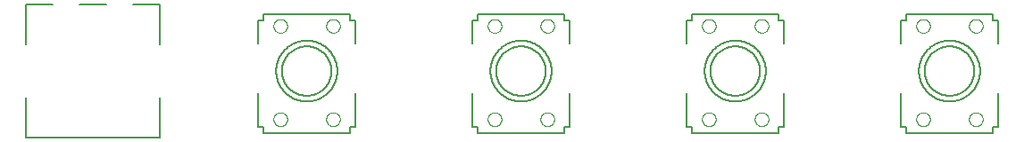
<source format=gbr>
G04 EAGLE Gerber RS-274X export*
G75*
%MOMM*%
%FSLAX34Y34*%
%LPD*%
%INSilkscreen Bottom*%
%IPPOS*%
%AMOC8*
5,1,8,0,0,1.08239X$1,22.5*%
G01*
%ADD10C,0.203200*%
%ADD11C,0.101600*%


D10*
X345800Y752500D02*
X263800Y752500D01*
X263800Y639500D02*
X345800Y639500D01*
X345800Y747000D02*
X351300Y747000D01*
X345800Y747000D02*
X345800Y752500D01*
X345800Y645000D02*
X345800Y639500D01*
X345800Y645000D02*
X351300Y645000D01*
X263800Y645000D02*
X258300Y645000D01*
X263800Y645000D02*
X263800Y639500D01*
X263800Y747000D02*
X263800Y752500D01*
X263800Y747000D02*
X258300Y747000D01*
X351300Y747000D02*
X351300Y725000D01*
X351300Y677000D02*
X351300Y645000D01*
X258300Y725000D02*
X258300Y747000D01*
X258300Y677000D02*
X258300Y645000D01*
D11*
X323300Y652500D02*
X323302Y652661D01*
X323308Y652821D01*
X323318Y652982D01*
X323332Y653142D01*
X323350Y653302D01*
X323371Y653461D01*
X323397Y653620D01*
X323427Y653778D01*
X323460Y653935D01*
X323498Y654092D01*
X323539Y654247D01*
X323584Y654401D01*
X323633Y654554D01*
X323686Y654706D01*
X323742Y654857D01*
X323803Y655006D01*
X323866Y655154D01*
X323934Y655300D01*
X324005Y655444D01*
X324079Y655586D01*
X324157Y655727D01*
X324239Y655865D01*
X324324Y656002D01*
X324412Y656136D01*
X324504Y656268D01*
X324599Y656398D01*
X324697Y656526D01*
X324798Y656651D01*
X324902Y656773D01*
X325009Y656893D01*
X325119Y657010D01*
X325232Y657125D01*
X325348Y657236D01*
X325467Y657345D01*
X325588Y657450D01*
X325712Y657553D01*
X325838Y657653D01*
X325966Y657749D01*
X326097Y657842D01*
X326231Y657932D01*
X326366Y658019D01*
X326504Y658102D01*
X326643Y658182D01*
X326785Y658258D01*
X326928Y658331D01*
X327073Y658400D01*
X327220Y658466D01*
X327368Y658528D01*
X327518Y658586D01*
X327669Y658641D01*
X327822Y658692D01*
X327976Y658739D01*
X328131Y658782D01*
X328287Y658821D01*
X328443Y658857D01*
X328601Y658888D01*
X328759Y658916D01*
X328918Y658940D01*
X329078Y658960D01*
X329238Y658976D01*
X329398Y658988D01*
X329559Y658996D01*
X329720Y659000D01*
X329880Y659000D01*
X330041Y658996D01*
X330202Y658988D01*
X330362Y658976D01*
X330522Y658960D01*
X330682Y658940D01*
X330841Y658916D01*
X330999Y658888D01*
X331157Y658857D01*
X331313Y658821D01*
X331469Y658782D01*
X331624Y658739D01*
X331778Y658692D01*
X331931Y658641D01*
X332082Y658586D01*
X332232Y658528D01*
X332380Y658466D01*
X332527Y658400D01*
X332672Y658331D01*
X332815Y658258D01*
X332957Y658182D01*
X333096Y658102D01*
X333234Y658019D01*
X333369Y657932D01*
X333503Y657842D01*
X333634Y657749D01*
X333762Y657653D01*
X333888Y657553D01*
X334012Y657450D01*
X334133Y657345D01*
X334252Y657236D01*
X334368Y657125D01*
X334481Y657010D01*
X334591Y656893D01*
X334698Y656773D01*
X334802Y656651D01*
X334903Y656526D01*
X335001Y656398D01*
X335096Y656268D01*
X335188Y656136D01*
X335276Y656002D01*
X335361Y655865D01*
X335443Y655727D01*
X335521Y655586D01*
X335595Y655444D01*
X335666Y655300D01*
X335734Y655154D01*
X335797Y655006D01*
X335858Y654857D01*
X335914Y654706D01*
X335967Y654554D01*
X336016Y654401D01*
X336061Y654247D01*
X336102Y654092D01*
X336140Y653935D01*
X336173Y653778D01*
X336203Y653620D01*
X336229Y653461D01*
X336250Y653302D01*
X336268Y653142D01*
X336282Y652982D01*
X336292Y652821D01*
X336298Y652661D01*
X336300Y652500D01*
X336298Y652339D01*
X336292Y652179D01*
X336282Y652018D01*
X336268Y651858D01*
X336250Y651698D01*
X336229Y651539D01*
X336203Y651380D01*
X336173Y651222D01*
X336140Y651065D01*
X336102Y650908D01*
X336061Y650753D01*
X336016Y650599D01*
X335967Y650446D01*
X335914Y650294D01*
X335858Y650143D01*
X335797Y649994D01*
X335734Y649846D01*
X335666Y649700D01*
X335595Y649556D01*
X335521Y649414D01*
X335443Y649273D01*
X335361Y649135D01*
X335276Y648998D01*
X335188Y648864D01*
X335096Y648732D01*
X335001Y648602D01*
X334903Y648474D01*
X334802Y648349D01*
X334698Y648227D01*
X334591Y648107D01*
X334481Y647990D01*
X334368Y647875D01*
X334252Y647764D01*
X334133Y647655D01*
X334012Y647550D01*
X333888Y647447D01*
X333762Y647347D01*
X333634Y647251D01*
X333503Y647158D01*
X333369Y647068D01*
X333234Y646981D01*
X333096Y646898D01*
X332957Y646818D01*
X332815Y646742D01*
X332672Y646669D01*
X332527Y646600D01*
X332380Y646534D01*
X332232Y646472D01*
X332082Y646414D01*
X331931Y646359D01*
X331778Y646308D01*
X331624Y646261D01*
X331469Y646218D01*
X331313Y646179D01*
X331157Y646143D01*
X330999Y646112D01*
X330841Y646084D01*
X330682Y646060D01*
X330522Y646040D01*
X330362Y646024D01*
X330202Y646012D01*
X330041Y646004D01*
X329880Y646000D01*
X329720Y646000D01*
X329559Y646004D01*
X329398Y646012D01*
X329238Y646024D01*
X329078Y646040D01*
X328918Y646060D01*
X328759Y646084D01*
X328601Y646112D01*
X328443Y646143D01*
X328287Y646179D01*
X328131Y646218D01*
X327976Y646261D01*
X327822Y646308D01*
X327669Y646359D01*
X327518Y646414D01*
X327368Y646472D01*
X327220Y646534D01*
X327073Y646600D01*
X326928Y646669D01*
X326785Y646742D01*
X326643Y646818D01*
X326504Y646898D01*
X326366Y646981D01*
X326231Y647068D01*
X326097Y647158D01*
X325966Y647251D01*
X325838Y647347D01*
X325712Y647447D01*
X325588Y647550D01*
X325467Y647655D01*
X325348Y647764D01*
X325232Y647875D01*
X325119Y647990D01*
X325009Y648107D01*
X324902Y648227D01*
X324798Y648349D01*
X324697Y648474D01*
X324599Y648602D01*
X324504Y648732D01*
X324412Y648864D01*
X324324Y648998D01*
X324239Y649135D01*
X324157Y649273D01*
X324079Y649414D01*
X324005Y649556D01*
X323934Y649700D01*
X323866Y649846D01*
X323803Y649994D01*
X323742Y650143D01*
X323686Y650294D01*
X323633Y650446D01*
X323584Y650599D01*
X323539Y650753D01*
X323498Y650908D01*
X323460Y651065D01*
X323427Y651222D01*
X323397Y651380D01*
X323371Y651539D01*
X323350Y651698D01*
X323332Y651858D01*
X323318Y652018D01*
X323308Y652179D01*
X323302Y652339D01*
X323300Y652500D01*
X273300Y652500D02*
X273302Y652661D01*
X273308Y652821D01*
X273318Y652982D01*
X273332Y653142D01*
X273350Y653302D01*
X273371Y653461D01*
X273397Y653620D01*
X273427Y653778D01*
X273460Y653935D01*
X273498Y654092D01*
X273539Y654247D01*
X273584Y654401D01*
X273633Y654554D01*
X273686Y654706D01*
X273742Y654857D01*
X273803Y655006D01*
X273866Y655154D01*
X273934Y655300D01*
X274005Y655444D01*
X274079Y655586D01*
X274157Y655727D01*
X274239Y655865D01*
X274324Y656002D01*
X274412Y656136D01*
X274504Y656268D01*
X274599Y656398D01*
X274697Y656526D01*
X274798Y656651D01*
X274902Y656773D01*
X275009Y656893D01*
X275119Y657010D01*
X275232Y657125D01*
X275348Y657236D01*
X275467Y657345D01*
X275588Y657450D01*
X275712Y657553D01*
X275838Y657653D01*
X275966Y657749D01*
X276097Y657842D01*
X276231Y657932D01*
X276366Y658019D01*
X276504Y658102D01*
X276643Y658182D01*
X276785Y658258D01*
X276928Y658331D01*
X277073Y658400D01*
X277220Y658466D01*
X277368Y658528D01*
X277518Y658586D01*
X277669Y658641D01*
X277822Y658692D01*
X277976Y658739D01*
X278131Y658782D01*
X278287Y658821D01*
X278443Y658857D01*
X278601Y658888D01*
X278759Y658916D01*
X278918Y658940D01*
X279078Y658960D01*
X279238Y658976D01*
X279398Y658988D01*
X279559Y658996D01*
X279720Y659000D01*
X279880Y659000D01*
X280041Y658996D01*
X280202Y658988D01*
X280362Y658976D01*
X280522Y658960D01*
X280682Y658940D01*
X280841Y658916D01*
X280999Y658888D01*
X281157Y658857D01*
X281313Y658821D01*
X281469Y658782D01*
X281624Y658739D01*
X281778Y658692D01*
X281931Y658641D01*
X282082Y658586D01*
X282232Y658528D01*
X282380Y658466D01*
X282527Y658400D01*
X282672Y658331D01*
X282815Y658258D01*
X282957Y658182D01*
X283096Y658102D01*
X283234Y658019D01*
X283369Y657932D01*
X283503Y657842D01*
X283634Y657749D01*
X283762Y657653D01*
X283888Y657553D01*
X284012Y657450D01*
X284133Y657345D01*
X284252Y657236D01*
X284368Y657125D01*
X284481Y657010D01*
X284591Y656893D01*
X284698Y656773D01*
X284802Y656651D01*
X284903Y656526D01*
X285001Y656398D01*
X285096Y656268D01*
X285188Y656136D01*
X285276Y656002D01*
X285361Y655865D01*
X285443Y655727D01*
X285521Y655586D01*
X285595Y655444D01*
X285666Y655300D01*
X285734Y655154D01*
X285797Y655006D01*
X285858Y654857D01*
X285914Y654706D01*
X285967Y654554D01*
X286016Y654401D01*
X286061Y654247D01*
X286102Y654092D01*
X286140Y653935D01*
X286173Y653778D01*
X286203Y653620D01*
X286229Y653461D01*
X286250Y653302D01*
X286268Y653142D01*
X286282Y652982D01*
X286292Y652821D01*
X286298Y652661D01*
X286300Y652500D01*
X286298Y652339D01*
X286292Y652179D01*
X286282Y652018D01*
X286268Y651858D01*
X286250Y651698D01*
X286229Y651539D01*
X286203Y651380D01*
X286173Y651222D01*
X286140Y651065D01*
X286102Y650908D01*
X286061Y650753D01*
X286016Y650599D01*
X285967Y650446D01*
X285914Y650294D01*
X285858Y650143D01*
X285797Y649994D01*
X285734Y649846D01*
X285666Y649700D01*
X285595Y649556D01*
X285521Y649414D01*
X285443Y649273D01*
X285361Y649135D01*
X285276Y648998D01*
X285188Y648864D01*
X285096Y648732D01*
X285001Y648602D01*
X284903Y648474D01*
X284802Y648349D01*
X284698Y648227D01*
X284591Y648107D01*
X284481Y647990D01*
X284368Y647875D01*
X284252Y647764D01*
X284133Y647655D01*
X284012Y647550D01*
X283888Y647447D01*
X283762Y647347D01*
X283634Y647251D01*
X283503Y647158D01*
X283369Y647068D01*
X283234Y646981D01*
X283096Y646898D01*
X282957Y646818D01*
X282815Y646742D01*
X282672Y646669D01*
X282527Y646600D01*
X282380Y646534D01*
X282232Y646472D01*
X282082Y646414D01*
X281931Y646359D01*
X281778Y646308D01*
X281624Y646261D01*
X281469Y646218D01*
X281313Y646179D01*
X281157Y646143D01*
X280999Y646112D01*
X280841Y646084D01*
X280682Y646060D01*
X280522Y646040D01*
X280362Y646024D01*
X280202Y646012D01*
X280041Y646004D01*
X279880Y646000D01*
X279720Y646000D01*
X279559Y646004D01*
X279398Y646012D01*
X279238Y646024D01*
X279078Y646040D01*
X278918Y646060D01*
X278759Y646084D01*
X278601Y646112D01*
X278443Y646143D01*
X278287Y646179D01*
X278131Y646218D01*
X277976Y646261D01*
X277822Y646308D01*
X277669Y646359D01*
X277518Y646414D01*
X277368Y646472D01*
X277220Y646534D01*
X277073Y646600D01*
X276928Y646669D01*
X276785Y646742D01*
X276643Y646818D01*
X276504Y646898D01*
X276366Y646981D01*
X276231Y647068D01*
X276097Y647158D01*
X275966Y647251D01*
X275838Y647347D01*
X275712Y647447D01*
X275588Y647550D01*
X275467Y647655D01*
X275348Y647764D01*
X275232Y647875D01*
X275119Y647990D01*
X275009Y648107D01*
X274902Y648227D01*
X274798Y648349D01*
X274697Y648474D01*
X274599Y648602D01*
X274504Y648732D01*
X274412Y648864D01*
X274324Y648998D01*
X274239Y649135D01*
X274157Y649273D01*
X274079Y649414D01*
X274005Y649556D01*
X273934Y649700D01*
X273866Y649846D01*
X273803Y649994D01*
X273742Y650143D01*
X273686Y650294D01*
X273633Y650446D01*
X273584Y650599D01*
X273539Y650753D01*
X273498Y650908D01*
X273460Y651065D01*
X273427Y651222D01*
X273397Y651380D01*
X273371Y651539D01*
X273350Y651698D01*
X273332Y651858D01*
X273318Y652018D01*
X273308Y652179D01*
X273302Y652339D01*
X273300Y652500D01*
X323300Y741500D02*
X323302Y741661D01*
X323308Y741821D01*
X323318Y741982D01*
X323332Y742142D01*
X323350Y742302D01*
X323371Y742461D01*
X323397Y742620D01*
X323427Y742778D01*
X323460Y742935D01*
X323498Y743092D01*
X323539Y743247D01*
X323584Y743401D01*
X323633Y743554D01*
X323686Y743706D01*
X323742Y743857D01*
X323803Y744006D01*
X323866Y744154D01*
X323934Y744300D01*
X324005Y744444D01*
X324079Y744586D01*
X324157Y744727D01*
X324239Y744865D01*
X324324Y745002D01*
X324412Y745136D01*
X324504Y745268D01*
X324599Y745398D01*
X324697Y745526D01*
X324798Y745651D01*
X324902Y745773D01*
X325009Y745893D01*
X325119Y746010D01*
X325232Y746125D01*
X325348Y746236D01*
X325467Y746345D01*
X325588Y746450D01*
X325712Y746553D01*
X325838Y746653D01*
X325966Y746749D01*
X326097Y746842D01*
X326231Y746932D01*
X326366Y747019D01*
X326504Y747102D01*
X326643Y747182D01*
X326785Y747258D01*
X326928Y747331D01*
X327073Y747400D01*
X327220Y747466D01*
X327368Y747528D01*
X327518Y747586D01*
X327669Y747641D01*
X327822Y747692D01*
X327976Y747739D01*
X328131Y747782D01*
X328287Y747821D01*
X328443Y747857D01*
X328601Y747888D01*
X328759Y747916D01*
X328918Y747940D01*
X329078Y747960D01*
X329238Y747976D01*
X329398Y747988D01*
X329559Y747996D01*
X329720Y748000D01*
X329880Y748000D01*
X330041Y747996D01*
X330202Y747988D01*
X330362Y747976D01*
X330522Y747960D01*
X330682Y747940D01*
X330841Y747916D01*
X330999Y747888D01*
X331157Y747857D01*
X331313Y747821D01*
X331469Y747782D01*
X331624Y747739D01*
X331778Y747692D01*
X331931Y747641D01*
X332082Y747586D01*
X332232Y747528D01*
X332380Y747466D01*
X332527Y747400D01*
X332672Y747331D01*
X332815Y747258D01*
X332957Y747182D01*
X333096Y747102D01*
X333234Y747019D01*
X333369Y746932D01*
X333503Y746842D01*
X333634Y746749D01*
X333762Y746653D01*
X333888Y746553D01*
X334012Y746450D01*
X334133Y746345D01*
X334252Y746236D01*
X334368Y746125D01*
X334481Y746010D01*
X334591Y745893D01*
X334698Y745773D01*
X334802Y745651D01*
X334903Y745526D01*
X335001Y745398D01*
X335096Y745268D01*
X335188Y745136D01*
X335276Y745002D01*
X335361Y744865D01*
X335443Y744727D01*
X335521Y744586D01*
X335595Y744444D01*
X335666Y744300D01*
X335734Y744154D01*
X335797Y744006D01*
X335858Y743857D01*
X335914Y743706D01*
X335967Y743554D01*
X336016Y743401D01*
X336061Y743247D01*
X336102Y743092D01*
X336140Y742935D01*
X336173Y742778D01*
X336203Y742620D01*
X336229Y742461D01*
X336250Y742302D01*
X336268Y742142D01*
X336282Y741982D01*
X336292Y741821D01*
X336298Y741661D01*
X336300Y741500D01*
X336298Y741339D01*
X336292Y741179D01*
X336282Y741018D01*
X336268Y740858D01*
X336250Y740698D01*
X336229Y740539D01*
X336203Y740380D01*
X336173Y740222D01*
X336140Y740065D01*
X336102Y739908D01*
X336061Y739753D01*
X336016Y739599D01*
X335967Y739446D01*
X335914Y739294D01*
X335858Y739143D01*
X335797Y738994D01*
X335734Y738846D01*
X335666Y738700D01*
X335595Y738556D01*
X335521Y738414D01*
X335443Y738273D01*
X335361Y738135D01*
X335276Y737998D01*
X335188Y737864D01*
X335096Y737732D01*
X335001Y737602D01*
X334903Y737474D01*
X334802Y737349D01*
X334698Y737227D01*
X334591Y737107D01*
X334481Y736990D01*
X334368Y736875D01*
X334252Y736764D01*
X334133Y736655D01*
X334012Y736550D01*
X333888Y736447D01*
X333762Y736347D01*
X333634Y736251D01*
X333503Y736158D01*
X333369Y736068D01*
X333234Y735981D01*
X333096Y735898D01*
X332957Y735818D01*
X332815Y735742D01*
X332672Y735669D01*
X332527Y735600D01*
X332380Y735534D01*
X332232Y735472D01*
X332082Y735414D01*
X331931Y735359D01*
X331778Y735308D01*
X331624Y735261D01*
X331469Y735218D01*
X331313Y735179D01*
X331157Y735143D01*
X330999Y735112D01*
X330841Y735084D01*
X330682Y735060D01*
X330522Y735040D01*
X330362Y735024D01*
X330202Y735012D01*
X330041Y735004D01*
X329880Y735000D01*
X329720Y735000D01*
X329559Y735004D01*
X329398Y735012D01*
X329238Y735024D01*
X329078Y735040D01*
X328918Y735060D01*
X328759Y735084D01*
X328601Y735112D01*
X328443Y735143D01*
X328287Y735179D01*
X328131Y735218D01*
X327976Y735261D01*
X327822Y735308D01*
X327669Y735359D01*
X327518Y735414D01*
X327368Y735472D01*
X327220Y735534D01*
X327073Y735600D01*
X326928Y735669D01*
X326785Y735742D01*
X326643Y735818D01*
X326504Y735898D01*
X326366Y735981D01*
X326231Y736068D01*
X326097Y736158D01*
X325966Y736251D01*
X325838Y736347D01*
X325712Y736447D01*
X325588Y736550D01*
X325467Y736655D01*
X325348Y736764D01*
X325232Y736875D01*
X325119Y736990D01*
X325009Y737107D01*
X324902Y737227D01*
X324798Y737349D01*
X324697Y737474D01*
X324599Y737602D01*
X324504Y737732D01*
X324412Y737864D01*
X324324Y737998D01*
X324239Y738135D01*
X324157Y738273D01*
X324079Y738414D01*
X324005Y738556D01*
X323934Y738700D01*
X323866Y738846D01*
X323803Y738994D01*
X323742Y739143D01*
X323686Y739294D01*
X323633Y739446D01*
X323584Y739599D01*
X323539Y739753D01*
X323498Y739908D01*
X323460Y740065D01*
X323427Y740222D01*
X323397Y740380D01*
X323371Y740539D01*
X323350Y740698D01*
X323332Y740858D01*
X323318Y741018D01*
X323308Y741179D01*
X323302Y741339D01*
X323300Y741500D01*
X273300Y741500D02*
X273302Y741661D01*
X273308Y741821D01*
X273318Y741982D01*
X273332Y742142D01*
X273350Y742302D01*
X273371Y742461D01*
X273397Y742620D01*
X273427Y742778D01*
X273460Y742935D01*
X273498Y743092D01*
X273539Y743247D01*
X273584Y743401D01*
X273633Y743554D01*
X273686Y743706D01*
X273742Y743857D01*
X273803Y744006D01*
X273866Y744154D01*
X273934Y744300D01*
X274005Y744444D01*
X274079Y744586D01*
X274157Y744727D01*
X274239Y744865D01*
X274324Y745002D01*
X274412Y745136D01*
X274504Y745268D01*
X274599Y745398D01*
X274697Y745526D01*
X274798Y745651D01*
X274902Y745773D01*
X275009Y745893D01*
X275119Y746010D01*
X275232Y746125D01*
X275348Y746236D01*
X275467Y746345D01*
X275588Y746450D01*
X275712Y746553D01*
X275838Y746653D01*
X275966Y746749D01*
X276097Y746842D01*
X276231Y746932D01*
X276366Y747019D01*
X276504Y747102D01*
X276643Y747182D01*
X276785Y747258D01*
X276928Y747331D01*
X277073Y747400D01*
X277220Y747466D01*
X277368Y747528D01*
X277518Y747586D01*
X277669Y747641D01*
X277822Y747692D01*
X277976Y747739D01*
X278131Y747782D01*
X278287Y747821D01*
X278443Y747857D01*
X278601Y747888D01*
X278759Y747916D01*
X278918Y747940D01*
X279078Y747960D01*
X279238Y747976D01*
X279398Y747988D01*
X279559Y747996D01*
X279720Y748000D01*
X279880Y748000D01*
X280041Y747996D01*
X280202Y747988D01*
X280362Y747976D01*
X280522Y747960D01*
X280682Y747940D01*
X280841Y747916D01*
X280999Y747888D01*
X281157Y747857D01*
X281313Y747821D01*
X281469Y747782D01*
X281624Y747739D01*
X281778Y747692D01*
X281931Y747641D01*
X282082Y747586D01*
X282232Y747528D01*
X282380Y747466D01*
X282527Y747400D01*
X282672Y747331D01*
X282815Y747258D01*
X282957Y747182D01*
X283096Y747102D01*
X283234Y747019D01*
X283369Y746932D01*
X283503Y746842D01*
X283634Y746749D01*
X283762Y746653D01*
X283888Y746553D01*
X284012Y746450D01*
X284133Y746345D01*
X284252Y746236D01*
X284368Y746125D01*
X284481Y746010D01*
X284591Y745893D01*
X284698Y745773D01*
X284802Y745651D01*
X284903Y745526D01*
X285001Y745398D01*
X285096Y745268D01*
X285188Y745136D01*
X285276Y745002D01*
X285361Y744865D01*
X285443Y744727D01*
X285521Y744586D01*
X285595Y744444D01*
X285666Y744300D01*
X285734Y744154D01*
X285797Y744006D01*
X285858Y743857D01*
X285914Y743706D01*
X285967Y743554D01*
X286016Y743401D01*
X286061Y743247D01*
X286102Y743092D01*
X286140Y742935D01*
X286173Y742778D01*
X286203Y742620D01*
X286229Y742461D01*
X286250Y742302D01*
X286268Y742142D01*
X286282Y741982D01*
X286292Y741821D01*
X286298Y741661D01*
X286300Y741500D01*
X286298Y741339D01*
X286292Y741179D01*
X286282Y741018D01*
X286268Y740858D01*
X286250Y740698D01*
X286229Y740539D01*
X286203Y740380D01*
X286173Y740222D01*
X286140Y740065D01*
X286102Y739908D01*
X286061Y739753D01*
X286016Y739599D01*
X285967Y739446D01*
X285914Y739294D01*
X285858Y739143D01*
X285797Y738994D01*
X285734Y738846D01*
X285666Y738700D01*
X285595Y738556D01*
X285521Y738414D01*
X285443Y738273D01*
X285361Y738135D01*
X285276Y737998D01*
X285188Y737864D01*
X285096Y737732D01*
X285001Y737602D01*
X284903Y737474D01*
X284802Y737349D01*
X284698Y737227D01*
X284591Y737107D01*
X284481Y736990D01*
X284368Y736875D01*
X284252Y736764D01*
X284133Y736655D01*
X284012Y736550D01*
X283888Y736447D01*
X283762Y736347D01*
X283634Y736251D01*
X283503Y736158D01*
X283369Y736068D01*
X283234Y735981D01*
X283096Y735898D01*
X282957Y735818D01*
X282815Y735742D01*
X282672Y735669D01*
X282527Y735600D01*
X282380Y735534D01*
X282232Y735472D01*
X282082Y735414D01*
X281931Y735359D01*
X281778Y735308D01*
X281624Y735261D01*
X281469Y735218D01*
X281313Y735179D01*
X281157Y735143D01*
X280999Y735112D01*
X280841Y735084D01*
X280682Y735060D01*
X280522Y735040D01*
X280362Y735024D01*
X280202Y735012D01*
X280041Y735004D01*
X279880Y735000D01*
X279720Y735000D01*
X279559Y735004D01*
X279398Y735012D01*
X279238Y735024D01*
X279078Y735040D01*
X278918Y735060D01*
X278759Y735084D01*
X278601Y735112D01*
X278443Y735143D01*
X278287Y735179D01*
X278131Y735218D01*
X277976Y735261D01*
X277822Y735308D01*
X277669Y735359D01*
X277518Y735414D01*
X277368Y735472D01*
X277220Y735534D01*
X277073Y735600D01*
X276928Y735669D01*
X276785Y735742D01*
X276643Y735818D01*
X276504Y735898D01*
X276366Y735981D01*
X276231Y736068D01*
X276097Y736158D01*
X275966Y736251D01*
X275838Y736347D01*
X275712Y736447D01*
X275588Y736550D01*
X275467Y736655D01*
X275348Y736764D01*
X275232Y736875D01*
X275119Y736990D01*
X275009Y737107D01*
X274902Y737227D01*
X274798Y737349D01*
X274697Y737474D01*
X274599Y737602D01*
X274504Y737732D01*
X274412Y737864D01*
X274324Y737998D01*
X274239Y738135D01*
X274157Y738273D01*
X274079Y738414D01*
X274005Y738556D01*
X273934Y738700D01*
X273866Y738846D01*
X273803Y738994D01*
X273742Y739143D01*
X273686Y739294D01*
X273633Y739446D01*
X273584Y739599D01*
X273539Y739753D01*
X273498Y739908D01*
X273460Y740065D01*
X273427Y740222D01*
X273397Y740380D01*
X273371Y740539D01*
X273350Y740698D01*
X273332Y740858D01*
X273318Y741018D01*
X273308Y741179D01*
X273302Y741339D01*
X273300Y741500D01*
D10*
X275800Y698500D02*
X275809Y699212D01*
X275835Y699923D01*
X275879Y700633D01*
X275940Y701342D01*
X276018Y702050D01*
X276114Y702755D01*
X276227Y703458D01*
X276357Y704158D01*
X276505Y704854D01*
X276669Y705546D01*
X276850Y706235D01*
X277049Y706918D01*
X277264Y707597D01*
X277495Y708270D01*
X277743Y708937D01*
X278007Y709598D01*
X278288Y710252D01*
X278584Y710899D01*
X278896Y711539D01*
X279224Y712171D01*
X279567Y712794D01*
X279926Y713409D01*
X280299Y714015D01*
X280687Y714612D01*
X281090Y715198D01*
X281507Y715775D01*
X281938Y716342D01*
X282383Y716897D01*
X282841Y717442D01*
X283312Y717975D01*
X283797Y718497D01*
X284294Y719006D01*
X284803Y719503D01*
X285325Y719988D01*
X285858Y720459D01*
X286403Y720917D01*
X286958Y721362D01*
X287525Y721793D01*
X288102Y722210D01*
X288688Y722613D01*
X289285Y723001D01*
X289891Y723374D01*
X290506Y723733D01*
X291129Y724076D01*
X291761Y724404D01*
X292401Y724716D01*
X293048Y725012D01*
X293702Y725293D01*
X294363Y725557D01*
X295030Y725805D01*
X295703Y726036D01*
X296382Y726251D01*
X297065Y726450D01*
X297754Y726631D01*
X298446Y726795D01*
X299142Y726943D01*
X299842Y727073D01*
X300545Y727186D01*
X301250Y727282D01*
X301958Y727360D01*
X302667Y727421D01*
X303377Y727465D01*
X304088Y727491D01*
X304800Y727500D01*
X305512Y727491D01*
X306223Y727465D01*
X306933Y727421D01*
X307642Y727360D01*
X308350Y727282D01*
X309055Y727186D01*
X309758Y727073D01*
X310458Y726943D01*
X311154Y726795D01*
X311846Y726631D01*
X312535Y726450D01*
X313218Y726251D01*
X313897Y726036D01*
X314570Y725805D01*
X315237Y725557D01*
X315898Y725293D01*
X316552Y725012D01*
X317199Y724716D01*
X317839Y724404D01*
X318471Y724076D01*
X319094Y723733D01*
X319709Y723374D01*
X320315Y723001D01*
X320912Y722613D01*
X321498Y722210D01*
X322075Y721793D01*
X322642Y721362D01*
X323197Y720917D01*
X323742Y720459D01*
X324275Y719988D01*
X324797Y719503D01*
X325306Y719006D01*
X325803Y718497D01*
X326288Y717975D01*
X326759Y717442D01*
X327217Y716897D01*
X327662Y716342D01*
X328093Y715775D01*
X328510Y715198D01*
X328913Y714612D01*
X329301Y714015D01*
X329674Y713409D01*
X330033Y712794D01*
X330376Y712171D01*
X330704Y711539D01*
X331016Y710899D01*
X331312Y710252D01*
X331593Y709598D01*
X331857Y708937D01*
X332105Y708270D01*
X332336Y707597D01*
X332551Y706918D01*
X332750Y706235D01*
X332931Y705546D01*
X333095Y704854D01*
X333243Y704158D01*
X333373Y703458D01*
X333486Y702755D01*
X333582Y702050D01*
X333660Y701342D01*
X333721Y700633D01*
X333765Y699923D01*
X333791Y699212D01*
X333800Y698500D01*
X333791Y697788D01*
X333765Y697077D01*
X333721Y696367D01*
X333660Y695658D01*
X333582Y694950D01*
X333486Y694245D01*
X333373Y693542D01*
X333243Y692842D01*
X333095Y692146D01*
X332931Y691454D01*
X332750Y690765D01*
X332551Y690082D01*
X332336Y689403D01*
X332105Y688730D01*
X331857Y688063D01*
X331593Y687402D01*
X331312Y686748D01*
X331016Y686101D01*
X330704Y685461D01*
X330376Y684829D01*
X330033Y684206D01*
X329674Y683591D01*
X329301Y682985D01*
X328913Y682388D01*
X328510Y681802D01*
X328093Y681225D01*
X327662Y680658D01*
X327217Y680103D01*
X326759Y679558D01*
X326288Y679025D01*
X325803Y678503D01*
X325306Y677994D01*
X324797Y677497D01*
X324275Y677012D01*
X323742Y676541D01*
X323197Y676083D01*
X322642Y675638D01*
X322075Y675207D01*
X321498Y674790D01*
X320912Y674387D01*
X320315Y673999D01*
X319709Y673626D01*
X319094Y673267D01*
X318471Y672924D01*
X317839Y672596D01*
X317199Y672284D01*
X316552Y671988D01*
X315898Y671707D01*
X315237Y671443D01*
X314570Y671195D01*
X313897Y670964D01*
X313218Y670749D01*
X312535Y670550D01*
X311846Y670369D01*
X311154Y670205D01*
X310458Y670057D01*
X309758Y669927D01*
X309055Y669814D01*
X308350Y669718D01*
X307642Y669640D01*
X306933Y669579D01*
X306223Y669535D01*
X305512Y669509D01*
X304800Y669500D01*
X304088Y669509D01*
X303377Y669535D01*
X302667Y669579D01*
X301958Y669640D01*
X301250Y669718D01*
X300545Y669814D01*
X299842Y669927D01*
X299142Y670057D01*
X298446Y670205D01*
X297754Y670369D01*
X297065Y670550D01*
X296382Y670749D01*
X295703Y670964D01*
X295030Y671195D01*
X294363Y671443D01*
X293702Y671707D01*
X293048Y671988D01*
X292401Y672284D01*
X291761Y672596D01*
X291129Y672924D01*
X290506Y673267D01*
X289891Y673626D01*
X289285Y673999D01*
X288688Y674387D01*
X288102Y674790D01*
X287525Y675207D01*
X286958Y675638D01*
X286403Y676083D01*
X285858Y676541D01*
X285325Y677012D01*
X284803Y677497D01*
X284294Y677994D01*
X283797Y678503D01*
X283312Y679025D01*
X282841Y679558D01*
X282383Y680103D01*
X281938Y680658D01*
X281507Y681225D01*
X281090Y681802D01*
X280687Y682388D01*
X280299Y682985D01*
X279926Y683591D01*
X279567Y684206D01*
X279224Y684829D01*
X278896Y685461D01*
X278584Y686101D01*
X278288Y686748D01*
X278007Y687402D01*
X277743Y688063D01*
X277495Y688730D01*
X277264Y689403D01*
X277049Y690082D01*
X276850Y690765D01*
X276669Y691454D01*
X276505Y692146D01*
X276357Y692842D01*
X276227Y693542D01*
X276114Y694245D01*
X276018Y694950D01*
X275940Y695658D01*
X275879Y696367D01*
X275835Y697077D01*
X275809Y697788D01*
X275800Y698500D01*
X281299Y698500D02*
X281306Y699077D01*
X281327Y699653D01*
X281363Y700229D01*
X281412Y700804D01*
X281476Y701377D01*
X281553Y701948D01*
X281645Y702518D01*
X281751Y703085D01*
X281870Y703649D01*
X282003Y704210D01*
X282150Y704768D01*
X282311Y705322D01*
X282485Y705872D01*
X282673Y706417D01*
X282874Y706958D01*
X283088Y707493D01*
X283315Y708024D01*
X283555Y708548D01*
X283808Y709066D01*
X284074Y709578D01*
X284352Y710084D01*
X284643Y710582D01*
X284945Y711073D01*
X285260Y711556D01*
X285586Y712032D01*
X285924Y712500D01*
X286273Y712959D01*
X286633Y713409D01*
X287005Y713850D01*
X287387Y714282D01*
X287779Y714705D01*
X288182Y715118D01*
X288595Y715521D01*
X289018Y715913D01*
X289450Y716295D01*
X289891Y716667D01*
X290341Y717027D01*
X290800Y717376D01*
X291268Y717714D01*
X291744Y718040D01*
X292227Y718355D01*
X292718Y718657D01*
X293216Y718948D01*
X293722Y719226D01*
X294234Y719492D01*
X294752Y719745D01*
X295276Y719985D01*
X295807Y720212D01*
X296342Y720426D01*
X296883Y720627D01*
X297428Y720815D01*
X297978Y720989D01*
X298532Y721150D01*
X299090Y721297D01*
X299651Y721430D01*
X300215Y721549D01*
X300782Y721655D01*
X301352Y721747D01*
X301923Y721824D01*
X302496Y721888D01*
X303071Y721937D01*
X303647Y721973D01*
X304223Y721994D01*
X304800Y722001D01*
X305377Y721994D01*
X305953Y721973D01*
X306529Y721937D01*
X307104Y721888D01*
X307677Y721824D01*
X308248Y721747D01*
X308818Y721655D01*
X309385Y721549D01*
X309949Y721430D01*
X310510Y721297D01*
X311068Y721150D01*
X311622Y720989D01*
X312172Y720815D01*
X312717Y720627D01*
X313258Y720426D01*
X313793Y720212D01*
X314324Y719985D01*
X314848Y719745D01*
X315366Y719492D01*
X315878Y719226D01*
X316384Y718948D01*
X316882Y718657D01*
X317373Y718355D01*
X317856Y718040D01*
X318332Y717714D01*
X318800Y717376D01*
X319259Y717027D01*
X319709Y716667D01*
X320150Y716295D01*
X320582Y715913D01*
X321005Y715521D01*
X321418Y715118D01*
X321821Y714705D01*
X322213Y714282D01*
X322595Y713850D01*
X322967Y713409D01*
X323327Y712959D01*
X323676Y712500D01*
X324014Y712032D01*
X324340Y711556D01*
X324655Y711073D01*
X324957Y710582D01*
X325248Y710084D01*
X325526Y709578D01*
X325792Y709066D01*
X326045Y708548D01*
X326285Y708024D01*
X326512Y707493D01*
X326726Y706958D01*
X326927Y706417D01*
X327115Y705872D01*
X327289Y705322D01*
X327450Y704768D01*
X327597Y704210D01*
X327730Y703649D01*
X327849Y703085D01*
X327955Y702518D01*
X328047Y701948D01*
X328124Y701377D01*
X328188Y700804D01*
X328237Y700229D01*
X328273Y699653D01*
X328294Y699077D01*
X328301Y698500D01*
X328294Y697923D01*
X328273Y697347D01*
X328237Y696771D01*
X328188Y696196D01*
X328124Y695623D01*
X328047Y695052D01*
X327955Y694482D01*
X327849Y693915D01*
X327730Y693351D01*
X327597Y692790D01*
X327450Y692232D01*
X327289Y691678D01*
X327115Y691128D01*
X326927Y690583D01*
X326726Y690042D01*
X326512Y689507D01*
X326285Y688976D01*
X326045Y688452D01*
X325792Y687934D01*
X325526Y687422D01*
X325248Y686916D01*
X324957Y686418D01*
X324655Y685927D01*
X324340Y685444D01*
X324014Y684968D01*
X323676Y684500D01*
X323327Y684041D01*
X322967Y683591D01*
X322595Y683150D01*
X322213Y682718D01*
X321821Y682295D01*
X321418Y681882D01*
X321005Y681479D01*
X320582Y681087D01*
X320150Y680705D01*
X319709Y680333D01*
X319259Y679973D01*
X318800Y679624D01*
X318332Y679286D01*
X317856Y678960D01*
X317373Y678645D01*
X316882Y678343D01*
X316384Y678052D01*
X315878Y677774D01*
X315366Y677508D01*
X314848Y677255D01*
X314324Y677015D01*
X313793Y676788D01*
X313258Y676574D01*
X312717Y676373D01*
X312172Y676185D01*
X311622Y676011D01*
X311068Y675850D01*
X310510Y675703D01*
X309949Y675570D01*
X309385Y675451D01*
X308818Y675345D01*
X308248Y675253D01*
X307677Y675176D01*
X307104Y675112D01*
X306529Y675063D01*
X305953Y675027D01*
X305377Y675006D01*
X304800Y674999D01*
X304223Y675006D01*
X303647Y675027D01*
X303071Y675063D01*
X302496Y675112D01*
X301923Y675176D01*
X301352Y675253D01*
X300782Y675345D01*
X300215Y675451D01*
X299651Y675570D01*
X299090Y675703D01*
X298532Y675850D01*
X297978Y676011D01*
X297428Y676185D01*
X296883Y676373D01*
X296342Y676574D01*
X295807Y676788D01*
X295276Y677015D01*
X294752Y677255D01*
X294234Y677508D01*
X293722Y677774D01*
X293216Y678052D01*
X292718Y678343D01*
X292227Y678645D01*
X291744Y678960D01*
X291268Y679286D01*
X290800Y679624D01*
X290341Y679973D01*
X289891Y680333D01*
X289450Y680705D01*
X289018Y681087D01*
X288595Y681479D01*
X288182Y681882D01*
X287779Y682295D01*
X287387Y682718D01*
X287005Y683150D01*
X286633Y683591D01*
X286273Y684041D01*
X285924Y684500D01*
X285586Y684968D01*
X285260Y685444D01*
X284945Y685927D01*
X284643Y686418D01*
X284352Y686916D01*
X284074Y687422D01*
X283808Y687934D01*
X283555Y688452D01*
X283315Y688976D01*
X283088Y689507D01*
X282874Y690042D01*
X282673Y690583D01*
X282485Y691128D01*
X282311Y691678D01*
X282150Y692232D01*
X282003Y692790D01*
X281870Y693351D01*
X281751Y693915D01*
X281645Y694482D01*
X281553Y695052D01*
X281476Y695623D01*
X281412Y696196D01*
X281363Y696771D01*
X281327Y697347D01*
X281306Y697923D01*
X281299Y698500D01*
X670200Y752500D02*
X752200Y752500D01*
X752200Y639500D02*
X670200Y639500D01*
X752200Y747000D02*
X757700Y747000D01*
X752200Y747000D02*
X752200Y752500D01*
X752200Y645000D02*
X752200Y639500D01*
X752200Y645000D02*
X757700Y645000D01*
X670200Y645000D02*
X664700Y645000D01*
X670200Y645000D02*
X670200Y639500D01*
X670200Y747000D02*
X670200Y752500D01*
X670200Y747000D02*
X664700Y747000D01*
X757700Y747000D02*
X757700Y725000D01*
X757700Y677000D02*
X757700Y645000D01*
X664700Y725000D02*
X664700Y747000D01*
X664700Y677000D02*
X664700Y645000D01*
D11*
X729700Y652500D02*
X729702Y652661D01*
X729708Y652821D01*
X729718Y652982D01*
X729732Y653142D01*
X729750Y653302D01*
X729771Y653461D01*
X729797Y653620D01*
X729827Y653778D01*
X729860Y653935D01*
X729898Y654092D01*
X729939Y654247D01*
X729984Y654401D01*
X730033Y654554D01*
X730086Y654706D01*
X730142Y654857D01*
X730203Y655006D01*
X730266Y655154D01*
X730334Y655300D01*
X730405Y655444D01*
X730479Y655586D01*
X730557Y655727D01*
X730639Y655865D01*
X730724Y656002D01*
X730812Y656136D01*
X730904Y656268D01*
X730999Y656398D01*
X731097Y656526D01*
X731198Y656651D01*
X731302Y656773D01*
X731409Y656893D01*
X731519Y657010D01*
X731632Y657125D01*
X731748Y657236D01*
X731867Y657345D01*
X731988Y657450D01*
X732112Y657553D01*
X732238Y657653D01*
X732366Y657749D01*
X732497Y657842D01*
X732631Y657932D01*
X732766Y658019D01*
X732904Y658102D01*
X733043Y658182D01*
X733185Y658258D01*
X733328Y658331D01*
X733473Y658400D01*
X733620Y658466D01*
X733768Y658528D01*
X733918Y658586D01*
X734069Y658641D01*
X734222Y658692D01*
X734376Y658739D01*
X734531Y658782D01*
X734687Y658821D01*
X734843Y658857D01*
X735001Y658888D01*
X735159Y658916D01*
X735318Y658940D01*
X735478Y658960D01*
X735638Y658976D01*
X735798Y658988D01*
X735959Y658996D01*
X736120Y659000D01*
X736280Y659000D01*
X736441Y658996D01*
X736602Y658988D01*
X736762Y658976D01*
X736922Y658960D01*
X737082Y658940D01*
X737241Y658916D01*
X737399Y658888D01*
X737557Y658857D01*
X737713Y658821D01*
X737869Y658782D01*
X738024Y658739D01*
X738178Y658692D01*
X738331Y658641D01*
X738482Y658586D01*
X738632Y658528D01*
X738780Y658466D01*
X738927Y658400D01*
X739072Y658331D01*
X739215Y658258D01*
X739357Y658182D01*
X739496Y658102D01*
X739634Y658019D01*
X739769Y657932D01*
X739903Y657842D01*
X740034Y657749D01*
X740162Y657653D01*
X740288Y657553D01*
X740412Y657450D01*
X740533Y657345D01*
X740652Y657236D01*
X740768Y657125D01*
X740881Y657010D01*
X740991Y656893D01*
X741098Y656773D01*
X741202Y656651D01*
X741303Y656526D01*
X741401Y656398D01*
X741496Y656268D01*
X741588Y656136D01*
X741676Y656002D01*
X741761Y655865D01*
X741843Y655727D01*
X741921Y655586D01*
X741995Y655444D01*
X742066Y655300D01*
X742134Y655154D01*
X742197Y655006D01*
X742258Y654857D01*
X742314Y654706D01*
X742367Y654554D01*
X742416Y654401D01*
X742461Y654247D01*
X742502Y654092D01*
X742540Y653935D01*
X742573Y653778D01*
X742603Y653620D01*
X742629Y653461D01*
X742650Y653302D01*
X742668Y653142D01*
X742682Y652982D01*
X742692Y652821D01*
X742698Y652661D01*
X742700Y652500D01*
X742698Y652339D01*
X742692Y652179D01*
X742682Y652018D01*
X742668Y651858D01*
X742650Y651698D01*
X742629Y651539D01*
X742603Y651380D01*
X742573Y651222D01*
X742540Y651065D01*
X742502Y650908D01*
X742461Y650753D01*
X742416Y650599D01*
X742367Y650446D01*
X742314Y650294D01*
X742258Y650143D01*
X742197Y649994D01*
X742134Y649846D01*
X742066Y649700D01*
X741995Y649556D01*
X741921Y649414D01*
X741843Y649273D01*
X741761Y649135D01*
X741676Y648998D01*
X741588Y648864D01*
X741496Y648732D01*
X741401Y648602D01*
X741303Y648474D01*
X741202Y648349D01*
X741098Y648227D01*
X740991Y648107D01*
X740881Y647990D01*
X740768Y647875D01*
X740652Y647764D01*
X740533Y647655D01*
X740412Y647550D01*
X740288Y647447D01*
X740162Y647347D01*
X740034Y647251D01*
X739903Y647158D01*
X739769Y647068D01*
X739634Y646981D01*
X739496Y646898D01*
X739357Y646818D01*
X739215Y646742D01*
X739072Y646669D01*
X738927Y646600D01*
X738780Y646534D01*
X738632Y646472D01*
X738482Y646414D01*
X738331Y646359D01*
X738178Y646308D01*
X738024Y646261D01*
X737869Y646218D01*
X737713Y646179D01*
X737557Y646143D01*
X737399Y646112D01*
X737241Y646084D01*
X737082Y646060D01*
X736922Y646040D01*
X736762Y646024D01*
X736602Y646012D01*
X736441Y646004D01*
X736280Y646000D01*
X736120Y646000D01*
X735959Y646004D01*
X735798Y646012D01*
X735638Y646024D01*
X735478Y646040D01*
X735318Y646060D01*
X735159Y646084D01*
X735001Y646112D01*
X734843Y646143D01*
X734687Y646179D01*
X734531Y646218D01*
X734376Y646261D01*
X734222Y646308D01*
X734069Y646359D01*
X733918Y646414D01*
X733768Y646472D01*
X733620Y646534D01*
X733473Y646600D01*
X733328Y646669D01*
X733185Y646742D01*
X733043Y646818D01*
X732904Y646898D01*
X732766Y646981D01*
X732631Y647068D01*
X732497Y647158D01*
X732366Y647251D01*
X732238Y647347D01*
X732112Y647447D01*
X731988Y647550D01*
X731867Y647655D01*
X731748Y647764D01*
X731632Y647875D01*
X731519Y647990D01*
X731409Y648107D01*
X731302Y648227D01*
X731198Y648349D01*
X731097Y648474D01*
X730999Y648602D01*
X730904Y648732D01*
X730812Y648864D01*
X730724Y648998D01*
X730639Y649135D01*
X730557Y649273D01*
X730479Y649414D01*
X730405Y649556D01*
X730334Y649700D01*
X730266Y649846D01*
X730203Y649994D01*
X730142Y650143D01*
X730086Y650294D01*
X730033Y650446D01*
X729984Y650599D01*
X729939Y650753D01*
X729898Y650908D01*
X729860Y651065D01*
X729827Y651222D01*
X729797Y651380D01*
X729771Y651539D01*
X729750Y651698D01*
X729732Y651858D01*
X729718Y652018D01*
X729708Y652179D01*
X729702Y652339D01*
X729700Y652500D01*
X679700Y652500D02*
X679702Y652661D01*
X679708Y652821D01*
X679718Y652982D01*
X679732Y653142D01*
X679750Y653302D01*
X679771Y653461D01*
X679797Y653620D01*
X679827Y653778D01*
X679860Y653935D01*
X679898Y654092D01*
X679939Y654247D01*
X679984Y654401D01*
X680033Y654554D01*
X680086Y654706D01*
X680142Y654857D01*
X680203Y655006D01*
X680266Y655154D01*
X680334Y655300D01*
X680405Y655444D01*
X680479Y655586D01*
X680557Y655727D01*
X680639Y655865D01*
X680724Y656002D01*
X680812Y656136D01*
X680904Y656268D01*
X680999Y656398D01*
X681097Y656526D01*
X681198Y656651D01*
X681302Y656773D01*
X681409Y656893D01*
X681519Y657010D01*
X681632Y657125D01*
X681748Y657236D01*
X681867Y657345D01*
X681988Y657450D01*
X682112Y657553D01*
X682238Y657653D01*
X682366Y657749D01*
X682497Y657842D01*
X682631Y657932D01*
X682766Y658019D01*
X682904Y658102D01*
X683043Y658182D01*
X683185Y658258D01*
X683328Y658331D01*
X683473Y658400D01*
X683620Y658466D01*
X683768Y658528D01*
X683918Y658586D01*
X684069Y658641D01*
X684222Y658692D01*
X684376Y658739D01*
X684531Y658782D01*
X684687Y658821D01*
X684843Y658857D01*
X685001Y658888D01*
X685159Y658916D01*
X685318Y658940D01*
X685478Y658960D01*
X685638Y658976D01*
X685798Y658988D01*
X685959Y658996D01*
X686120Y659000D01*
X686280Y659000D01*
X686441Y658996D01*
X686602Y658988D01*
X686762Y658976D01*
X686922Y658960D01*
X687082Y658940D01*
X687241Y658916D01*
X687399Y658888D01*
X687557Y658857D01*
X687713Y658821D01*
X687869Y658782D01*
X688024Y658739D01*
X688178Y658692D01*
X688331Y658641D01*
X688482Y658586D01*
X688632Y658528D01*
X688780Y658466D01*
X688927Y658400D01*
X689072Y658331D01*
X689215Y658258D01*
X689357Y658182D01*
X689496Y658102D01*
X689634Y658019D01*
X689769Y657932D01*
X689903Y657842D01*
X690034Y657749D01*
X690162Y657653D01*
X690288Y657553D01*
X690412Y657450D01*
X690533Y657345D01*
X690652Y657236D01*
X690768Y657125D01*
X690881Y657010D01*
X690991Y656893D01*
X691098Y656773D01*
X691202Y656651D01*
X691303Y656526D01*
X691401Y656398D01*
X691496Y656268D01*
X691588Y656136D01*
X691676Y656002D01*
X691761Y655865D01*
X691843Y655727D01*
X691921Y655586D01*
X691995Y655444D01*
X692066Y655300D01*
X692134Y655154D01*
X692197Y655006D01*
X692258Y654857D01*
X692314Y654706D01*
X692367Y654554D01*
X692416Y654401D01*
X692461Y654247D01*
X692502Y654092D01*
X692540Y653935D01*
X692573Y653778D01*
X692603Y653620D01*
X692629Y653461D01*
X692650Y653302D01*
X692668Y653142D01*
X692682Y652982D01*
X692692Y652821D01*
X692698Y652661D01*
X692700Y652500D01*
X692698Y652339D01*
X692692Y652179D01*
X692682Y652018D01*
X692668Y651858D01*
X692650Y651698D01*
X692629Y651539D01*
X692603Y651380D01*
X692573Y651222D01*
X692540Y651065D01*
X692502Y650908D01*
X692461Y650753D01*
X692416Y650599D01*
X692367Y650446D01*
X692314Y650294D01*
X692258Y650143D01*
X692197Y649994D01*
X692134Y649846D01*
X692066Y649700D01*
X691995Y649556D01*
X691921Y649414D01*
X691843Y649273D01*
X691761Y649135D01*
X691676Y648998D01*
X691588Y648864D01*
X691496Y648732D01*
X691401Y648602D01*
X691303Y648474D01*
X691202Y648349D01*
X691098Y648227D01*
X690991Y648107D01*
X690881Y647990D01*
X690768Y647875D01*
X690652Y647764D01*
X690533Y647655D01*
X690412Y647550D01*
X690288Y647447D01*
X690162Y647347D01*
X690034Y647251D01*
X689903Y647158D01*
X689769Y647068D01*
X689634Y646981D01*
X689496Y646898D01*
X689357Y646818D01*
X689215Y646742D01*
X689072Y646669D01*
X688927Y646600D01*
X688780Y646534D01*
X688632Y646472D01*
X688482Y646414D01*
X688331Y646359D01*
X688178Y646308D01*
X688024Y646261D01*
X687869Y646218D01*
X687713Y646179D01*
X687557Y646143D01*
X687399Y646112D01*
X687241Y646084D01*
X687082Y646060D01*
X686922Y646040D01*
X686762Y646024D01*
X686602Y646012D01*
X686441Y646004D01*
X686280Y646000D01*
X686120Y646000D01*
X685959Y646004D01*
X685798Y646012D01*
X685638Y646024D01*
X685478Y646040D01*
X685318Y646060D01*
X685159Y646084D01*
X685001Y646112D01*
X684843Y646143D01*
X684687Y646179D01*
X684531Y646218D01*
X684376Y646261D01*
X684222Y646308D01*
X684069Y646359D01*
X683918Y646414D01*
X683768Y646472D01*
X683620Y646534D01*
X683473Y646600D01*
X683328Y646669D01*
X683185Y646742D01*
X683043Y646818D01*
X682904Y646898D01*
X682766Y646981D01*
X682631Y647068D01*
X682497Y647158D01*
X682366Y647251D01*
X682238Y647347D01*
X682112Y647447D01*
X681988Y647550D01*
X681867Y647655D01*
X681748Y647764D01*
X681632Y647875D01*
X681519Y647990D01*
X681409Y648107D01*
X681302Y648227D01*
X681198Y648349D01*
X681097Y648474D01*
X680999Y648602D01*
X680904Y648732D01*
X680812Y648864D01*
X680724Y648998D01*
X680639Y649135D01*
X680557Y649273D01*
X680479Y649414D01*
X680405Y649556D01*
X680334Y649700D01*
X680266Y649846D01*
X680203Y649994D01*
X680142Y650143D01*
X680086Y650294D01*
X680033Y650446D01*
X679984Y650599D01*
X679939Y650753D01*
X679898Y650908D01*
X679860Y651065D01*
X679827Y651222D01*
X679797Y651380D01*
X679771Y651539D01*
X679750Y651698D01*
X679732Y651858D01*
X679718Y652018D01*
X679708Y652179D01*
X679702Y652339D01*
X679700Y652500D01*
X729700Y741500D02*
X729702Y741661D01*
X729708Y741821D01*
X729718Y741982D01*
X729732Y742142D01*
X729750Y742302D01*
X729771Y742461D01*
X729797Y742620D01*
X729827Y742778D01*
X729860Y742935D01*
X729898Y743092D01*
X729939Y743247D01*
X729984Y743401D01*
X730033Y743554D01*
X730086Y743706D01*
X730142Y743857D01*
X730203Y744006D01*
X730266Y744154D01*
X730334Y744300D01*
X730405Y744444D01*
X730479Y744586D01*
X730557Y744727D01*
X730639Y744865D01*
X730724Y745002D01*
X730812Y745136D01*
X730904Y745268D01*
X730999Y745398D01*
X731097Y745526D01*
X731198Y745651D01*
X731302Y745773D01*
X731409Y745893D01*
X731519Y746010D01*
X731632Y746125D01*
X731748Y746236D01*
X731867Y746345D01*
X731988Y746450D01*
X732112Y746553D01*
X732238Y746653D01*
X732366Y746749D01*
X732497Y746842D01*
X732631Y746932D01*
X732766Y747019D01*
X732904Y747102D01*
X733043Y747182D01*
X733185Y747258D01*
X733328Y747331D01*
X733473Y747400D01*
X733620Y747466D01*
X733768Y747528D01*
X733918Y747586D01*
X734069Y747641D01*
X734222Y747692D01*
X734376Y747739D01*
X734531Y747782D01*
X734687Y747821D01*
X734843Y747857D01*
X735001Y747888D01*
X735159Y747916D01*
X735318Y747940D01*
X735478Y747960D01*
X735638Y747976D01*
X735798Y747988D01*
X735959Y747996D01*
X736120Y748000D01*
X736280Y748000D01*
X736441Y747996D01*
X736602Y747988D01*
X736762Y747976D01*
X736922Y747960D01*
X737082Y747940D01*
X737241Y747916D01*
X737399Y747888D01*
X737557Y747857D01*
X737713Y747821D01*
X737869Y747782D01*
X738024Y747739D01*
X738178Y747692D01*
X738331Y747641D01*
X738482Y747586D01*
X738632Y747528D01*
X738780Y747466D01*
X738927Y747400D01*
X739072Y747331D01*
X739215Y747258D01*
X739357Y747182D01*
X739496Y747102D01*
X739634Y747019D01*
X739769Y746932D01*
X739903Y746842D01*
X740034Y746749D01*
X740162Y746653D01*
X740288Y746553D01*
X740412Y746450D01*
X740533Y746345D01*
X740652Y746236D01*
X740768Y746125D01*
X740881Y746010D01*
X740991Y745893D01*
X741098Y745773D01*
X741202Y745651D01*
X741303Y745526D01*
X741401Y745398D01*
X741496Y745268D01*
X741588Y745136D01*
X741676Y745002D01*
X741761Y744865D01*
X741843Y744727D01*
X741921Y744586D01*
X741995Y744444D01*
X742066Y744300D01*
X742134Y744154D01*
X742197Y744006D01*
X742258Y743857D01*
X742314Y743706D01*
X742367Y743554D01*
X742416Y743401D01*
X742461Y743247D01*
X742502Y743092D01*
X742540Y742935D01*
X742573Y742778D01*
X742603Y742620D01*
X742629Y742461D01*
X742650Y742302D01*
X742668Y742142D01*
X742682Y741982D01*
X742692Y741821D01*
X742698Y741661D01*
X742700Y741500D01*
X742698Y741339D01*
X742692Y741179D01*
X742682Y741018D01*
X742668Y740858D01*
X742650Y740698D01*
X742629Y740539D01*
X742603Y740380D01*
X742573Y740222D01*
X742540Y740065D01*
X742502Y739908D01*
X742461Y739753D01*
X742416Y739599D01*
X742367Y739446D01*
X742314Y739294D01*
X742258Y739143D01*
X742197Y738994D01*
X742134Y738846D01*
X742066Y738700D01*
X741995Y738556D01*
X741921Y738414D01*
X741843Y738273D01*
X741761Y738135D01*
X741676Y737998D01*
X741588Y737864D01*
X741496Y737732D01*
X741401Y737602D01*
X741303Y737474D01*
X741202Y737349D01*
X741098Y737227D01*
X740991Y737107D01*
X740881Y736990D01*
X740768Y736875D01*
X740652Y736764D01*
X740533Y736655D01*
X740412Y736550D01*
X740288Y736447D01*
X740162Y736347D01*
X740034Y736251D01*
X739903Y736158D01*
X739769Y736068D01*
X739634Y735981D01*
X739496Y735898D01*
X739357Y735818D01*
X739215Y735742D01*
X739072Y735669D01*
X738927Y735600D01*
X738780Y735534D01*
X738632Y735472D01*
X738482Y735414D01*
X738331Y735359D01*
X738178Y735308D01*
X738024Y735261D01*
X737869Y735218D01*
X737713Y735179D01*
X737557Y735143D01*
X737399Y735112D01*
X737241Y735084D01*
X737082Y735060D01*
X736922Y735040D01*
X736762Y735024D01*
X736602Y735012D01*
X736441Y735004D01*
X736280Y735000D01*
X736120Y735000D01*
X735959Y735004D01*
X735798Y735012D01*
X735638Y735024D01*
X735478Y735040D01*
X735318Y735060D01*
X735159Y735084D01*
X735001Y735112D01*
X734843Y735143D01*
X734687Y735179D01*
X734531Y735218D01*
X734376Y735261D01*
X734222Y735308D01*
X734069Y735359D01*
X733918Y735414D01*
X733768Y735472D01*
X733620Y735534D01*
X733473Y735600D01*
X733328Y735669D01*
X733185Y735742D01*
X733043Y735818D01*
X732904Y735898D01*
X732766Y735981D01*
X732631Y736068D01*
X732497Y736158D01*
X732366Y736251D01*
X732238Y736347D01*
X732112Y736447D01*
X731988Y736550D01*
X731867Y736655D01*
X731748Y736764D01*
X731632Y736875D01*
X731519Y736990D01*
X731409Y737107D01*
X731302Y737227D01*
X731198Y737349D01*
X731097Y737474D01*
X730999Y737602D01*
X730904Y737732D01*
X730812Y737864D01*
X730724Y737998D01*
X730639Y738135D01*
X730557Y738273D01*
X730479Y738414D01*
X730405Y738556D01*
X730334Y738700D01*
X730266Y738846D01*
X730203Y738994D01*
X730142Y739143D01*
X730086Y739294D01*
X730033Y739446D01*
X729984Y739599D01*
X729939Y739753D01*
X729898Y739908D01*
X729860Y740065D01*
X729827Y740222D01*
X729797Y740380D01*
X729771Y740539D01*
X729750Y740698D01*
X729732Y740858D01*
X729718Y741018D01*
X729708Y741179D01*
X729702Y741339D01*
X729700Y741500D01*
X679700Y741500D02*
X679702Y741661D01*
X679708Y741821D01*
X679718Y741982D01*
X679732Y742142D01*
X679750Y742302D01*
X679771Y742461D01*
X679797Y742620D01*
X679827Y742778D01*
X679860Y742935D01*
X679898Y743092D01*
X679939Y743247D01*
X679984Y743401D01*
X680033Y743554D01*
X680086Y743706D01*
X680142Y743857D01*
X680203Y744006D01*
X680266Y744154D01*
X680334Y744300D01*
X680405Y744444D01*
X680479Y744586D01*
X680557Y744727D01*
X680639Y744865D01*
X680724Y745002D01*
X680812Y745136D01*
X680904Y745268D01*
X680999Y745398D01*
X681097Y745526D01*
X681198Y745651D01*
X681302Y745773D01*
X681409Y745893D01*
X681519Y746010D01*
X681632Y746125D01*
X681748Y746236D01*
X681867Y746345D01*
X681988Y746450D01*
X682112Y746553D01*
X682238Y746653D01*
X682366Y746749D01*
X682497Y746842D01*
X682631Y746932D01*
X682766Y747019D01*
X682904Y747102D01*
X683043Y747182D01*
X683185Y747258D01*
X683328Y747331D01*
X683473Y747400D01*
X683620Y747466D01*
X683768Y747528D01*
X683918Y747586D01*
X684069Y747641D01*
X684222Y747692D01*
X684376Y747739D01*
X684531Y747782D01*
X684687Y747821D01*
X684843Y747857D01*
X685001Y747888D01*
X685159Y747916D01*
X685318Y747940D01*
X685478Y747960D01*
X685638Y747976D01*
X685798Y747988D01*
X685959Y747996D01*
X686120Y748000D01*
X686280Y748000D01*
X686441Y747996D01*
X686602Y747988D01*
X686762Y747976D01*
X686922Y747960D01*
X687082Y747940D01*
X687241Y747916D01*
X687399Y747888D01*
X687557Y747857D01*
X687713Y747821D01*
X687869Y747782D01*
X688024Y747739D01*
X688178Y747692D01*
X688331Y747641D01*
X688482Y747586D01*
X688632Y747528D01*
X688780Y747466D01*
X688927Y747400D01*
X689072Y747331D01*
X689215Y747258D01*
X689357Y747182D01*
X689496Y747102D01*
X689634Y747019D01*
X689769Y746932D01*
X689903Y746842D01*
X690034Y746749D01*
X690162Y746653D01*
X690288Y746553D01*
X690412Y746450D01*
X690533Y746345D01*
X690652Y746236D01*
X690768Y746125D01*
X690881Y746010D01*
X690991Y745893D01*
X691098Y745773D01*
X691202Y745651D01*
X691303Y745526D01*
X691401Y745398D01*
X691496Y745268D01*
X691588Y745136D01*
X691676Y745002D01*
X691761Y744865D01*
X691843Y744727D01*
X691921Y744586D01*
X691995Y744444D01*
X692066Y744300D01*
X692134Y744154D01*
X692197Y744006D01*
X692258Y743857D01*
X692314Y743706D01*
X692367Y743554D01*
X692416Y743401D01*
X692461Y743247D01*
X692502Y743092D01*
X692540Y742935D01*
X692573Y742778D01*
X692603Y742620D01*
X692629Y742461D01*
X692650Y742302D01*
X692668Y742142D01*
X692682Y741982D01*
X692692Y741821D01*
X692698Y741661D01*
X692700Y741500D01*
X692698Y741339D01*
X692692Y741179D01*
X692682Y741018D01*
X692668Y740858D01*
X692650Y740698D01*
X692629Y740539D01*
X692603Y740380D01*
X692573Y740222D01*
X692540Y740065D01*
X692502Y739908D01*
X692461Y739753D01*
X692416Y739599D01*
X692367Y739446D01*
X692314Y739294D01*
X692258Y739143D01*
X692197Y738994D01*
X692134Y738846D01*
X692066Y738700D01*
X691995Y738556D01*
X691921Y738414D01*
X691843Y738273D01*
X691761Y738135D01*
X691676Y737998D01*
X691588Y737864D01*
X691496Y737732D01*
X691401Y737602D01*
X691303Y737474D01*
X691202Y737349D01*
X691098Y737227D01*
X690991Y737107D01*
X690881Y736990D01*
X690768Y736875D01*
X690652Y736764D01*
X690533Y736655D01*
X690412Y736550D01*
X690288Y736447D01*
X690162Y736347D01*
X690034Y736251D01*
X689903Y736158D01*
X689769Y736068D01*
X689634Y735981D01*
X689496Y735898D01*
X689357Y735818D01*
X689215Y735742D01*
X689072Y735669D01*
X688927Y735600D01*
X688780Y735534D01*
X688632Y735472D01*
X688482Y735414D01*
X688331Y735359D01*
X688178Y735308D01*
X688024Y735261D01*
X687869Y735218D01*
X687713Y735179D01*
X687557Y735143D01*
X687399Y735112D01*
X687241Y735084D01*
X687082Y735060D01*
X686922Y735040D01*
X686762Y735024D01*
X686602Y735012D01*
X686441Y735004D01*
X686280Y735000D01*
X686120Y735000D01*
X685959Y735004D01*
X685798Y735012D01*
X685638Y735024D01*
X685478Y735040D01*
X685318Y735060D01*
X685159Y735084D01*
X685001Y735112D01*
X684843Y735143D01*
X684687Y735179D01*
X684531Y735218D01*
X684376Y735261D01*
X684222Y735308D01*
X684069Y735359D01*
X683918Y735414D01*
X683768Y735472D01*
X683620Y735534D01*
X683473Y735600D01*
X683328Y735669D01*
X683185Y735742D01*
X683043Y735818D01*
X682904Y735898D01*
X682766Y735981D01*
X682631Y736068D01*
X682497Y736158D01*
X682366Y736251D01*
X682238Y736347D01*
X682112Y736447D01*
X681988Y736550D01*
X681867Y736655D01*
X681748Y736764D01*
X681632Y736875D01*
X681519Y736990D01*
X681409Y737107D01*
X681302Y737227D01*
X681198Y737349D01*
X681097Y737474D01*
X680999Y737602D01*
X680904Y737732D01*
X680812Y737864D01*
X680724Y737998D01*
X680639Y738135D01*
X680557Y738273D01*
X680479Y738414D01*
X680405Y738556D01*
X680334Y738700D01*
X680266Y738846D01*
X680203Y738994D01*
X680142Y739143D01*
X680086Y739294D01*
X680033Y739446D01*
X679984Y739599D01*
X679939Y739753D01*
X679898Y739908D01*
X679860Y740065D01*
X679827Y740222D01*
X679797Y740380D01*
X679771Y740539D01*
X679750Y740698D01*
X679732Y740858D01*
X679718Y741018D01*
X679708Y741179D01*
X679702Y741339D01*
X679700Y741500D01*
D10*
X682200Y698500D02*
X682209Y699212D01*
X682235Y699923D01*
X682279Y700633D01*
X682340Y701342D01*
X682418Y702050D01*
X682514Y702755D01*
X682627Y703458D01*
X682757Y704158D01*
X682905Y704854D01*
X683069Y705546D01*
X683250Y706235D01*
X683449Y706918D01*
X683664Y707597D01*
X683895Y708270D01*
X684143Y708937D01*
X684407Y709598D01*
X684688Y710252D01*
X684984Y710899D01*
X685296Y711539D01*
X685624Y712171D01*
X685967Y712794D01*
X686326Y713409D01*
X686699Y714015D01*
X687087Y714612D01*
X687490Y715198D01*
X687907Y715775D01*
X688338Y716342D01*
X688783Y716897D01*
X689241Y717442D01*
X689712Y717975D01*
X690197Y718497D01*
X690694Y719006D01*
X691203Y719503D01*
X691725Y719988D01*
X692258Y720459D01*
X692803Y720917D01*
X693358Y721362D01*
X693925Y721793D01*
X694502Y722210D01*
X695088Y722613D01*
X695685Y723001D01*
X696291Y723374D01*
X696906Y723733D01*
X697529Y724076D01*
X698161Y724404D01*
X698801Y724716D01*
X699448Y725012D01*
X700102Y725293D01*
X700763Y725557D01*
X701430Y725805D01*
X702103Y726036D01*
X702782Y726251D01*
X703465Y726450D01*
X704154Y726631D01*
X704846Y726795D01*
X705542Y726943D01*
X706242Y727073D01*
X706945Y727186D01*
X707650Y727282D01*
X708358Y727360D01*
X709067Y727421D01*
X709777Y727465D01*
X710488Y727491D01*
X711200Y727500D01*
X711912Y727491D01*
X712623Y727465D01*
X713333Y727421D01*
X714042Y727360D01*
X714750Y727282D01*
X715455Y727186D01*
X716158Y727073D01*
X716858Y726943D01*
X717554Y726795D01*
X718246Y726631D01*
X718935Y726450D01*
X719618Y726251D01*
X720297Y726036D01*
X720970Y725805D01*
X721637Y725557D01*
X722298Y725293D01*
X722952Y725012D01*
X723599Y724716D01*
X724239Y724404D01*
X724871Y724076D01*
X725494Y723733D01*
X726109Y723374D01*
X726715Y723001D01*
X727312Y722613D01*
X727898Y722210D01*
X728475Y721793D01*
X729042Y721362D01*
X729597Y720917D01*
X730142Y720459D01*
X730675Y719988D01*
X731197Y719503D01*
X731706Y719006D01*
X732203Y718497D01*
X732688Y717975D01*
X733159Y717442D01*
X733617Y716897D01*
X734062Y716342D01*
X734493Y715775D01*
X734910Y715198D01*
X735313Y714612D01*
X735701Y714015D01*
X736074Y713409D01*
X736433Y712794D01*
X736776Y712171D01*
X737104Y711539D01*
X737416Y710899D01*
X737712Y710252D01*
X737993Y709598D01*
X738257Y708937D01*
X738505Y708270D01*
X738736Y707597D01*
X738951Y706918D01*
X739150Y706235D01*
X739331Y705546D01*
X739495Y704854D01*
X739643Y704158D01*
X739773Y703458D01*
X739886Y702755D01*
X739982Y702050D01*
X740060Y701342D01*
X740121Y700633D01*
X740165Y699923D01*
X740191Y699212D01*
X740200Y698500D01*
X740191Y697788D01*
X740165Y697077D01*
X740121Y696367D01*
X740060Y695658D01*
X739982Y694950D01*
X739886Y694245D01*
X739773Y693542D01*
X739643Y692842D01*
X739495Y692146D01*
X739331Y691454D01*
X739150Y690765D01*
X738951Y690082D01*
X738736Y689403D01*
X738505Y688730D01*
X738257Y688063D01*
X737993Y687402D01*
X737712Y686748D01*
X737416Y686101D01*
X737104Y685461D01*
X736776Y684829D01*
X736433Y684206D01*
X736074Y683591D01*
X735701Y682985D01*
X735313Y682388D01*
X734910Y681802D01*
X734493Y681225D01*
X734062Y680658D01*
X733617Y680103D01*
X733159Y679558D01*
X732688Y679025D01*
X732203Y678503D01*
X731706Y677994D01*
X731197Y677497D01*
X730675Y677012D01*
X730142Y676541D01*
X729597Y676083D01*
X729042Y675638D01*
X728475Y675207D01*
X727898Y674790D01*
X727312Y674387D01*
X726715Y673999D01*
X726109Y673626D01*
X725494Y673267D01*
X724871Y672924D01*
X724239Y672596D01*
X723599Y672284D01*
X722952Y671988D01*
X722298Y671707D01*
X721637Y671443D01*
X720970Y671195D01*
X720297Y670964D01*
X719618Y670749D01*
X718935Y670550D01*
X718246Y670369D01*
X717554Y670205D01*
X716858Y670057D01*
X716158Y669927D01*
X715455Y669814D01*
X714750Y669718D01*
X714042Y669640D01*
X713333Y669579D01*
X712623Y669535D01*
X711912Y669509D01*
X711200Y669500D01*
X710488Y669509D01*
X709777Y669535D01*
X709067Y669579D01*
X708358Y669640D01*
X707650Y669718D01*
X706945Y669814D01*
X706242Y669927D01*
X705542Y670057D01*
X704846Y670205D01*
X704154Y670369D01*
X703465Y670550D01*
X702782Y670749D01*
X702103Y670964D01*
X701430Y671195D01*
X700763Y671443D01*
X700102Y671707D01*
X699448Y671988D01*
X698801Y672284D01*
X698161Y672596D01*
X697529Y672924D01*
X696906Y673267D01*
X696291Y673626D01*
X695685Y673999D01*
X695088Y674387D01*
X694502Y674790D01*
X693925Y675207D01*
X693358Y675638D01*
X692803Y676083D01*
X692258Y676541D01*
X691725Y677012D01*
X691203Y677497D01*
X690694Y677994D01*
X690197Y678503D01*
X689712Y679025D01*
X689241Y679558D01*
X688783Y680103D01*
X688338Y680658D01*
X687907Y681225D01*
X687490Y681802D01*
X687087Y682388D01*
X686699Y682985D01*
X686326Y683591D01*
X685967Y684206D01*
X685624Y684829D01*
X685296Y685461D01*
X684984Y686101D01*
X684688Y686748D01*
X684407Y687402D01*
X684143Y688063D01*
X683895Y688730D01*
X683664Y689403D01*
X683449Y690082D01*
X683250Y690765D01*
X683069Y691454D01*
X682905Y692146D01*
X682757Y692842D01*
X682627Y693542D01*
X682514Y694245D01*
X682418Y694950D01*
X682340Y695658D01*
X682279Y696367D01*
X682235Y697077D01*
X682209Y697788D01*
X682200Y698500D01*
X687699Y698500D02*
X687706Y699077D01*
X687727Y699653D01*
X687763Y700229D01*
X687812Y700804D01*
X687876Y701377D01*
X687953Y701948D01*
X688045Y702518D01*
X688151Y703085D01*
X688270Y703649D01*
X688403Y704210D01*
X688550Y704768D01*
X688711Y705322D01*
X688885Y705872D01*
X689073Y706417D01*
X689274Y706958D01*
X689488Y707493D01*
X689715Y708024D01*
X689955Y708548D01*
X690208Y709066D01*
X690474Y709578D01*
X690752Y710084D01*
X691043Y710582D01*
X691345Y711073D01*
X691660Y711556D01*
X691986Y712032D01*
X692324Y712500D01*
X692673Y712959D01*
X693033Y713409D01*
X693405Y713850D01*
X693787Y714282D01*
X694179Y714705D01*
X694582Y715118D01*
X694995Y715521D01*
X695418Y715913D01*
X695850Y716295D01*
X696291Y716667D01*
X696741Y717027D01*
X697200Y717376D01*
X697668Y717714D01*
X698144Y718040D01*
X698627Y718355D01*
X699118Y718657D01*
X699616Y718948D01*
X700122Y719226D01*
X700634Y719492D01*
X701152Y719745D01*
X701676Y719985D01*
X702207Y720212D01*
X702742Y720426D01*
X703283Y720627D01*
X703828Y720815D01*
X704378Y720989D01*
X704932Y721150D01*
X705490Y721297D01*
X706051Y721430D01*
X706615Y721549D01*
X707182Y721655D01*
X707752Y721747D01*
X708323Y721824D01*
X708896Y721888D01*
X709471Y721937D01*
X710047Y721973D01*
X710623Y721994D01*
X711200Y722001D01*
X711777Y721994D01*
X712353Y721973D01*
X712929Y721937D01*
X713504Y721888D01*
X714077Y721824D01*
X714648Y721747D01*
X715218Y721655D01*
X715785Y721549D01*
X716349Y721430D01*
X716910Y721297D01*
X717468Y721150D01*
X718022Y720989D01*
X718572Y720815D01*
X719117Y720627D01*
X719658Y720426D01*
X720193Y720212D01*
X720724Y719985D01*
X721248Y719745D01*
X721766Y719492D01*
X722278Y719226D01*
X722784Y718948D01*
X723282Y718657D01*
X723773Y718355D01*
X724256Y718040D01*
X724732Y717714D01*
X725200Y717376D01*
X725659Y717027D01*
X726109Y716667D01*
X726550Y716295D01*
X726982Y715913D01*
X727405Y715521D01*
X727818Y715118D01*
X728221Y714705D01*
X728613Y714282D01*
X728995Y713850D01*
X729367Y713409D01*
X729727Y712959D01*
X730076Y712500D01*
X730414Y712032D01*
X730740Y711556D01*
X731055Y711073D01*
X731357Y710582D01*
X731648Y710084D01*
X731926Y709578D01*
X732192Y709066D01*
X732445Y708548D01*
X732685Y708024D01*
X732912Y707493D01*
X733126Y706958D01*
X733327Y706417D01*
X733515Y705872D01*
X733689Y705322D01*
X733850Y704768D01*
X733997Y704210D01*
X734130Y703649D01*
X734249Y703085D01*
X734355Y702518D01*
X734447Y701948D01*
X734524Y701377D01*
X734588Y700804D01*
X734637Y700229D01*
X734673Y699653D01*
X734694Y699077D01*
X734701Y698500D01*
X734694Y697923D01*
X734673Y697347D01*
X734637Y696771D01*
X734588Y696196D01*
X734524Y695623D01*
X734447Y695052D01*
X734355Y694482D01*
X734249Y693915D01*
X734130Y693351D01*
X733997Y692790D01*
X733850Y692232D01*
X733689Y691678D01*
X733515Y691128D01*
X733327Y690583D01*
X733126Y690042D01*
X732912Y689507D01*
X732685Y688976D01*
X732445Y688452D01*
X732192Y687934D01*
X731926Y687422D01*
X731648Y686916D01*
X731357Y686418D01*
X731055Y685927D01*
X730740Y685444D01*
X730414Y684968D01*
X730076Y684500D01*
X729727Y684041D01*
X729367Y683591D01*
X728995Y683150D01*
X728613Y682718D01*
X728221Y682295D01*
X727818Y681882D01*
X727405Y681479D01*
X726982Y681087D01*
X726550Y680705D01*
X726109Y680333D01*
X725659Y679973D01*
X725200Y679624D01*
X724732Y679286D01*
X724256Y678960D01*
X723773Y678645D01*
X723282Y678343D01*
X722784Y678052D01*
X722278Y677774D01*
X721766Y677508D01*
X721248Y677255D01*
X720724Y677015D01*
X720193Y676788D01*
X719658Y676574D01*
X719117Y676373D01*
X718572Y676185D01*
X718022Y676011D01*
X717468Y675850D01*
X716910Y675703D01*
X716349Y675570D01*
X715785Y675451D01*
X715218Y675345D01*
X714648Y675253D01*
X714077Y675176D01*
X713504Y675112D01*
X712929Y675063D01*
X712353Y675027D01*
X711777Y675006D01*
X711200Y674999D01*
X710623Y675006D01*
X710047Y675027D01*
X709471Y675063D01*
X708896Y675112D01*
X708323Y675176D01*
X707752Y675253D01*
X707182Y675345D01*
X706615Y675451D01*
X706051Y675570D01*
X705490Y675703D01*
X704932Y675850D01*
X704378Y676011D01*
X703828Y676185D01*
X703283Y676373D01*
X702742Y676574D01*
X702207Y676788D01*
X701676Y677015D01*
X701152Y677255D01*
X700634Y677508D01*
X700122Y677774D01*
X699616Y678052D01*
X699118Y678343D01*
X698627Y678645D01*
X698144Y678960D01*
X697668Y679286D01*
X697200Y679624D01*
X696741Y679973D01*
X696291Y680333D01*
X695850Y680705D01*
X695418Y681087D01*
X694995Y681479D01*
X694582Y681882D01*
X694179Y682295D01*
X693787Y682718D01*
X693405Y683150D01*
X693033Y683591D01*
X692673Y684041D01*
X692324Y684500D01*
X691986Y684968D01*
X691660Y685444D01*
X691345Y685927D01*
X691043Y686418D01*
X690752Y686916D01*
X690474Y687422D01*
X690208Y687934D01*
X689955Y688452D01*
X689715Y688976D01*
X689488Y689507D01*
X689274Y690042D01*
X689073Y690583D01*
X688885Y691128D01*
X688711Y691678D01*
X688550Y692232D01*
X688403Y692790D01*
X688270Y693351D01*
X688151Y693915D01*
X688045Y694482D01*
X687953Y695052D01*
X687876Y695623D01*
X687812Y696196D01*
X687763Y696771D01*
X687727Y697347D01*
X687706Y697923D01*
X687699Y698500D01*
X873400Y752500D02*
X955400Y752500D01*
X955400Y639500D02*
X873400Y639500D01*
X955400Y747000D02*
X960900Y747000D01*
X955400Y747000D02*
X955400Y752500D01*
X955400Y645000D02*
X955400Y639500D01*
X955400Y645000D02*
X960900Y645000D01*
X873400Y645000D02*
X867900Y645000D01*
X873400Y645000D02*
X873400Y639500D01*
X873400Y747000D02*
X873400Y752500D01*
X873400Y747000D02*
X867900Y747000D01*
X960900Y747000D02*
X960900Y725000D01*
X960900Y677000D02*
X960900Y645000D01*
X867900Y725000D02*
X867900Y747000D01*
X867900Y677000D02*
X867900Y645000D01*
D11*
X932900Y652500D02*
X932902Y652661D01*
X932908Y652821D01*
X932918Y652982D01*
X932932Y653142D01*
X932950Y653302D01*
X932971Y653461D01*
X932997Y653620D01*
X933027Y653778D01*
X933060Y653935D01*
X933098Y654092D01*
X933139Y654247D01*
X933184Y654401D01*
X933233Y654554D01*
X933286Y654706D01*
X933342Y654857D01*
X933403Y655006D01*
X933466Y655154D01*
X933534Y655300D01*
X933605Y655444D01*
X933679Y655586D01*
X933757Y655727D01*
X933839Y655865D01*
X933924Y656002D01*
X934012Y656136D01*
X934104Y656268D01*
X934199Y656398D01*
X934297Y656526D01*
X934398Y656651D01*
X934502Y656773D01*
X934609Y656893D01*
X934719Y657010D01*
X934832Y657125D01*
X934948Y657236D01*
X935067Y657345D01*
X935188Y657450D01*
X935312Y657553D01*
X935438Y657653D01*
X935566Y657749D01*
X935697Y657842D01*
X935831Y657932D01*
X935966Y658019D01*
X936104Y658102D01*
X936243Y658182D01*
X936385Y658258D01*
X936528Y658331D01*
X936673Y658400D01*
X936820Y658466D01*
X936968Y658528D01*
X937118Y658586D01*
X937269Y658641D01*
X937422Y658692D01*
X937576Y658739D01*
X937731Y658782D01*
X937887Y658821D01*
X938043Y658857D01*
X938201Y658888D01*
X938359Y658916D01*
X938518Y658940D01*
X938678Y658960D01*
X938838Y658976D01*
X938998Y658988D01*
X939159Y658996D01*
X939320Y659000D01*
X939480Y659000D01*
X939641Y658996D01*
X939802Y658988D01*
X939962Y658976D01*
X940122Y658960D01*
X940282Y658940D01*
X940441Y658916D01*
X940599Y658888D01*
X940757Y658857D01*
X940913Y658821D01*
X941069Y658782D01*
X941224Y658739D01*
X941378Y658692D01*
X941531Y658641D01*
X941682Y658586D01*
X941832Y658528D01*
X941980Y658466D01*
X942127Y658400D01*
X942272Y658331D01*
X942415Y658258D01*
X942557Y658182D01*
X942696Y658102D01*
X942834Y658019D01*
X942969Y657932D01*
X943103Y657842D01*
X943234Y657749D01*
X943362Y657653D01*
X943488Y657553D01*
X943612Y657450D01*
X943733Y657345D01*
X943852Y657236D01*
X943968Y657125D01*
X944081Y657010D01*
X944191Y656893D01*
X944298Y656773D01*
X944402Y656651D01*
X944503Y656526D01*
X944601Y656398D01*
X944696Y656268D01*
X944788Y656136D01*
X944876Y656002D01*
X944961Y655865D01*
X945043Y655727D01*
X945121Y655586D01*
X945195Y655444D01*
X945266Y655300D01*
X945334Y655154D01*
X945397Y655006D01*
X945458Y654857D01*
X945514Y654706D01*
X945567Y654554D01*
X945616Y654401D01*
X945661Y654247D01*
X945702Y654092D01*
X945740Y653935D01*
X945773Y653778D01*
X945803Y653620D01*
X945829Y653461D01*
X945850Y653302D01*
X945868Y653142D01*
X945882Y652982D01*
X945892Y652821D01*
X945898Y652661D01*
X945900Y652500D01*
X945898Y652339D01*
X945892Y652179D01*
X945882Y652018D01*
X945868Y651858D01*
X945850Y651698D01*
X945829Y651539D01*
X945803Y651380D01*
X945773Y651222D01*
X945740Y651065D01*
X945702Y650908D01*
X945661Y650753D01*
X945616Y650599D01*
X945567Y650446D01*
X945514Y650294D01*
X945458Y650143D01*
X945397Y649994D01*
X945334Y649846D01*
X945266Y649700D01*
X945195Y649556D01*
X945121Y649414D01*
X945043Y649273D01*
X944961Y649135D01*
X944876Y648998D01*
X944788Y648864D01*
X944696Y648732D01*
X944601Y648602D01*
X944503Y648474D01*
X944402Y648349D01*
X944298Y648227D01*
X944191Y648107D01*
X944081Y647990D01*
X943968Y647875D01*
X943852Y647764D01*
X943733Y647655D01*
X943612Y647550D01*
X943488Y647447D01*
X943362Y647347D01*
X943234Y647251D01*
X943103Y647158D01*
X942969Y647068D01*
X942834Y646981D01*
X942696Y646898D01*
X942557Y646818D01*
X942415Y646742D01*
X942272Y646669D01*
X942127Y646600D01*
X941980Y646534D01*
X941832Y646472D01*
X941682Y646414D01*
X941531Y646359D01*
X941378Y646308D01*
X941224Y646261D01*
X941069Y646218D01*
X940913Y646179D01*
X940757Y646143D01*
X940599Y646112D01*
X940441Y646084D01*
X940282Y646060D01*
X940122Y646040D01*
X939962Y646024D01*
X939802Y646012D01*
X939641Y646004D01*
X939480Y646000D01*
X939320Y646000D01*
X939159Y646004D01*
X938998Y646012D01*
X938838Y646024D01*
X938678Y646040D01*
X938518Y646060D01*
X938359Y646084D01*
X938201Y646112D01*
X938043Y646143D01*
X937887Y646179D01*
X937731Y646218D01*
X937576Y646261D01*
X937422Y646308D01*
X937269Y646359D01*
X937118Y646414D01*
X936968Y646472D01*
X936820Y646534D01*
X936673Y646600D01*
X936528Y646669D01*
X936385Y646742D01*
X936243Y646818D01*
X936104Y646898D01*
X935966Y646981D01*
X935831Y647068D01*
X935697Y647158D01*
X935566Y647251D01*
X935438Y647347D01*
X935312Y647447D01*
X935188Y647550D01*
X935067Y647655D01*
X934948Y647764D01*
X934832Y647875D01*
X934719Y647990D01*
X934609Y648107D01*
X934502Y648227D01*
X934398Y648349D01*
X934297Y648474D01*
X934199Y648602D01*
X934104Y648732D01*
X934012Y648864D01*
X933924Y648998D01*
X933839Y649135D01*
X933757Y649273D01*
X933679Y649414D01*
X933605Y649556D01*
X933534Y649700D01*
X933466Y649846D01*
X933403Y649994D01*
X933342Y650143D01*
X933286Y650294D01*
X933233Y650446D01*
X933184Y650599D01*
X933139Y650753D01*
X933098Y650908D01*
X933060Y651065D01*
X933027Y651222D01*
X932997Y651380D01*
X932971Y651539D01*
X932950Y651698D01*
X932932Y651858D01*
X932918Y652018D01*
X932908Y652179D01*
X932902Y652339D01*
X932900Y652500D01*
X882900Y652500D02*
X882902Y652661D01*
X882908Y652821D01*
X882918Y652982D01*
X882932Y653142D01*
X882950Y653302D01*
X882971Y653461D01*
X882997Y653620D01*
X883027Y653778D01*
X883060Y653935D01*
X883098Y654092D01*
X883139Y654247D01*
X883184Y654401D01*
X883233Y654554D01*
X883286Y654706D01*
X883342Y654857D01*
X883403Y655006D01*
X883466Y655154D01*
X883534Y655300D01*
X883605Y655444D01*
X883679Y655586D01*
X883757Y655727D01*
X883839Y655865D01*
X883924Y656002D01*
X884012Y656136D01*
X884104Y656268D01*
X884199Y656398D01*
X884297Y656526D01*
X884398Y656651D01*
X884502Y656773D01*
X884609Y656893D01*
X884719Y657010D01*
X884832Y657125D01*
X884948Y657236D01*
X885067Y657345D01*
X885188Y657450D01*
X885312Y657553D01*
X885438Y657653D01*
X885566Y657749D01*
X885697Y657842D01*
X885831Y657932D01*
X885966Y658019D01*
X886104Y658102D01*
X886243Y658182D01*
X886385Y658258D01*
X886528Y658331D01*
X886673Y658400D01*
X886820Y658466D01*
X886968Y658528D01*
X887118Y658586D01*
X887269Y658641D01*
X887422Y658692D01*
X887576Y658739D01*
X887731Y658782D01*
X887887Y658821D01*
X888043Y658857D01*
X888201Y658888D01*
X888359Y658916D01*
X888518Y658940D01*
X888678Y658960D01*
X888838Y658976D01*
X888998Y658988D01*
X889159Y658996D01*
X889320Y659000D01*
X889480Y659000D01*
X889641Y658996D01*
X889802Y658988D01*
X889962Y658976D01*
X890122Y658960D01*
X890282Y658940D01*
X890441Y658916D01*
X890599Y658888D01*
X890757Y658857D01*
X890913Y658821D01*
X891069Y658782D01*
X891224Y658739D01*
X891378Y658692D01*
X891531Y658641D01*
X891682Y658586D01*
X891832Y658528D01*
X891980Y658466D01*
X892127Y658400D01*
X892272Y658331D01*
X892415Y658258D01*
X892557Y658182D01*
X892696Y658102D01*
X892834Y658019D01*
X892969Y657932D01*
X893103Y657842D01*
X893234Y657749D01*
X893362Y657653D01*
X893488Y657553D01*
X893612Y657450D01*
X893733Y657345D01*
X893852Y657236D01*
X893968Y657125D01*
X894081Y657010D01*
X894191Y656893D01*
X894298Y656773D01*
X894402Y656651D01*
X894503Y656526D01*
X894601Y656398D01*
X894696Y656268D01*
X894788Y656136D01*
X894876Y656002D01*
X894961Y655865D01*
X895043Y655727D01*
X895121Y655586D01*
X895195Y655444D01*
X895266Y655300D01*
X895334Y655154D01*
X895397Y655006D01*
X895458Y654857D01*
X895514Y654706D01*
X895567Y654554D01*
X895616Y654401D01*
X895661Y654247D01*
X895702Y654092D01*
X895740Y653935D01*
X895773Y653778D01*
X895803Y653620D01*
X895829Y653461D01*
X895850Y653302D01*
X895868Y653142D01*
X895882Y652982D01*
X895892Y652821D01*
X895898Y652661D01*
X895900Y652500D01*
X895898Y652339D01*
X895892Y652179D01*
X895882Y652018D01*
X895868Y651858D01*
X895850Y651698D01*
X895829Y651539D01*
X895803Y651380D01*
X895773Y651222D01*
X895740Y651065D01*
X895702Y650908D01*
X895661Y650753D01*
X895616Y650599D01*
X895567Y650446D01*
X895514Y650294D01*
X895458Y650143D01*
X895397Y649994D01*
X895334Y649846D01*
X895266Y649700D01*
X895195Y649556D01*
X895121Y649414D01*
X895043Y649273D01*
X894961Y649135D01*
X894876Y648998D01*
X894788Y648864D01*
X894696Y648732D01*
X894601Y648602D01*
X894503Y648474D01*
X894402Y648349D01*
X894298Y648227D01*
X894191Y648107D01*
X894081Y647990D01*
X893968Y647875D01*
X893852Y647764D01*
X893733Y647655D01*
X893612Y647550D01*
X893488Y647447D01*
X893362Y647347D01*
X893234Y647251D01*
X893103Y647158D01*
X892969Y647068D01*
X892834Y646981D01*
X892696Y646898D01*
X892557Y646818D01*
X892415Y646742D01*
X892272Y646669D01*
X892127Y646600D01*
X891980Y646534D01*
X891832Y646472D01*
X891682Y646414D01*
X891531Y646359D01*
X891378Y646308D01*
X891224Y646261D01*
X891069Y646218D01*
X890913Y646179D01*
X890757Y646143D01*
X890599Y646112D01*
X890441Y646084D01*
X890282Y646060D01*
X890122Y646040D01*
X889962Y646024D01*
X889802Y646012D01*
X889641Y646004D01*
X889480Y646000D01*
X889320Y646000D01*
X889159Y646004D01*
X888998Y646012D01*
X888838Y646024D01*
X888678Y646040D01*
X888518Y646060D01*
X888359Y646084D01*
X888201Y646112D01*
X888043Y646143D01*
X887887Y646179D01*
X887731Y646218D01*
X887576Y646261D01*
X887422Y646308D01*
X887269Y646359D01*
X887118Y646414D01*
X886968Y646472D01*
X886820Y646534D01*
X886673Y646600D01*
X886528Y646669D01*
X886385Y646742D01*
X886243Y646818D01*
X886104Y646898D01*
X885966Y646981D01*
X885831Y647068D01*
X885697Y647158D01*
X885566Y647251D01*
X885438Y647347D01*
X885312Y647447D01*
X885188Y647550D01*
X885067Y647655D01*
X884948Y647764D01*
X884832Y647875D01*
X884719Y647990D01*
X884609Y648107D01*
X884502Y648227D01*
X884398Y648349D01*
X884297Y648474D01*
X884199Y648602D01*
X884104Y648732D01*
X884012Y648864D01*
X883924Y648998D01*
X883839Y649135D01*
X883757Y649273D01*
X883679Y649414D01*
X883605Y649556D01*
X883534Y649700D01*
X883466Y649846D01*
X883403Y649994D01*
X883342Y650143D01*
X883286Y650294D01*
X883233Y650446D01*
X883184Y650599D01*
X883139Y650753D01*
X883098Y650908D01*
X883060Y651065D01*
X883027Y651222D01*
X882997Y651380D01*
X882971Y651539D01*
X882950Y651698D01*
X882932Y651858D01*
X882918Y652018D01*
X882908Y652179D01*
X882902Y652339D01*
X882900Y652500D01*
X932900Y741500D02*
X932902Y741661D01*
X932908Y741821D01*
X932918Y741982D01*
X932932Y742142D01*
X932950Y742302D01*
X932971Y742461D01*
X932997Y742620D01*
X933027Y742778D01*
X933060Y742935D01*
X933098Y743092D01*
X933139Y743247D01*
X933184Y743401D01*
X933233Y743554D01*
X933286Y743706D01*
X933342Y743857D01*
X933403Y744006D01*
X933466Y744154D01*
X933534Y744300D01*
X933605Y744444D01*
X933679Y744586D01*
X933757Y744727D01*
X933839Y744865D01*
X933924Y745002D01*
X934012Y745136D01*
X934104Y745268D01*
X934199Y745398D01*
X934297Y745526D01*
X934398Y745651D01*
X934502Y745773D01*
X934609Y745893D01*
X934719Y746010D01*
X934832Y746125D01*
X934948Y746236D01*
X935067Y746345D01*
X935188Y746450D01*
X935312Y746553D01*
X935438Y746653D01*
X935566Y746749D01*
X935697Y746842D01*
X935831Y746932D01*
X935966Y747019D01*
X936104Y747102D01*
X936243Y747182D01*
X936385Y747258D01*
X936528Y747331D01*
X936673Y747400D01*
X936820Y747466D01*
X936968Y747528D01*
X937118Y747586D01*
X937269Y747641D01*
X937422Y747692D01*
X937576Y747739D01*
X937731Y747782D01*
X937887Y747821D01*
X938043Y747857D01*
X938201Y747888D01*
X938359Y747916D01*
X938518Y747940D01*
X938678Y747960D01*
X938838Y747976D01*
X938998Y747988D01*
X939159Y747996D01*
X939320Y748000D01*
X939480Y748000D01*
X939641Y747996D01*
X939802Y747988D01*
X939962Y747976D01*
X940122Y747960D01*
X940282Y747940D01*
X940441Y747916D01*
X940599Y747888D01*
X940757Y747857D01*
X940913Y747821D01*
X941069Y747782D01*
X941224Y747739D01*
X941378Y747692D01*
X941531Y747641D01*
X941682Y747586D01*
X941832Y747528D01*
X941980Y747466D01*
X942127Y747400D01*
X942272Y747331D01*
X942415Y747258D01*
X942557Y747182D01*
X942696Y747102D01*
X942834Y747019D01*
X942969Y746932D01*
X943103Y746842D01*
X943234Y746749D01*
X943362Y746653D01*
X943488Y746553D01*
X943612Y746450D01*
X943733Y746345D01*
X943852Y746236D01*
X943968Y746125D01*
X944081Y746010D01*
X944191Y745893D01*
X944298Y745773D01*
X944402Y745651D01*
X944503Y745526D01*
X944601Y745398D01*
X944696Y745268D01*
X944788Y745136D01*
X944876Y745002D01*
X944961Y744865D01*
X945043Y744727D01*
X945121Y744586D01*
X945195Y744444D01*
X945266Y744300D01*
X945334Y744154D01*
X945397Y744006D01*
X945458Y743857D01*
X945514Y743706D01*
X945567Y743554D01*
X945616Y743401D01*
X945661Y743247D01*
X945702Y743092D01*
X945740Y742935D01*
X945773Y742778D01*
X945803Y742620D01*
X945829Y742461D01*
X945850Y742302D01*
X945868Y742142D01*
X945882Y741982D01*
X945892Y741821D01*
X945898Y741661D01*
X945900Y741500D01*
X945898Y741339D01*
X945892Y741179D01*
X945882Y741018D01*
X945868Y740858D01*
X945850Y740698D01*
X945829Y740539D01*
X945803Y740380D01*
X945773Y740222D01*
X945740Y740065D01*
X945702Y739908D01*
X945661Y739753D01*
X945616Y739599D01*
X945567Y739446D01*
X945514Y739294D01*
X945458Y739143D01*
X945397Y738994D01*
X945334Y738846D01*
X945266Y738700D01*
X945195Y738556D01*
X945121Y738414D01*
X945043Y738273D01*
X944961Y738135D01*
X944876Y737998D01*
X944788Y737864D01*
X944696Y737732D01*
X944601Y737602D01*
X944503Y737474D01*
X944402Y737349D01*
X944298Y737227D01*
X944191Y737107D01*
X944081Y736990D01*
X943968Y736875D01*
X943852Y736764D01*
X943733Y736655D01*
X943612Y736550D01*
X943488Y736447D01*
X943362Y736347D01*
X943234Y736251D01*
X943103Y736158D01*
X942969Y736068D01*
X942834Y735981D01*
X942696Y735898D01*
X942557Y735818D01*
X942415Y735742D01*
X942272Y735669D01*
X942127Y735600D01*
X941980Y735534D01*
X941832Y735472D01*
X941682Y735414D01*
X941531Y735359D01*
X941378Y735308D01*
X941224Y735261D01*
X941069Y735218D01*
X940913Y735179D01*
X940757Y735143D01*
X940599Y735112D01*
X940441Y735084D01*
X940282Y735060D01*
X940122Y735040D01*
X939962Y735024D01*
X939802Y735012D01*
X939641Y735004D01*
X939480Y735000D01*
X939320Y735000D01*
X939159Y735004D01*
X938998Y735012D01*
X938838Y735024D01*
X938678Y735040D01*
X938518Y735060D01*
X938359Y735084D01*
X938201Y735112D01*
X938043Y735143D01*
X937887Y735179D01*
X937731Y735218D01*
X937576Y735261D01*
X937422Y735308D01*
X937269Y735359D01*
X937118Y735414D01*
X936968Y735472D01*
X936820Y735534D01*
X936673Y735600D01*
X936528Y735669D01*
X936385Y735742D01*
X936243Y735818D01*
X936104Y735898D01*
X935966Y735981D01*
X935831Y736068D01*
X935697Y736158D01*
X935566Y736251D01*
X935438Y736347D01*
X935312Y736447D01*
X935188Y736550D01*
X935067Y736655D01*
X934948Y736764D01*
X934832Y736875D01*
X934719Y736990D01*
X934609Y737107D01*
X934502Y737227D01*
X934398Y737349D01*
X934297Y737474D01*
X934199Y737602D01*
X934104Y737732D01*
X934012Y737864D01*
X933924Y737998D01*
X933839Y738135D01*
X933757Y738273D01*
X933679Y738414D01*
X933605Y738556D01*
X933534Y738700D01*
X933466Y738846D01*
X933403Y738994D01*
X933342Y739143D01*
X933286Y739294D01*
X933233Y739446D01*
X933184Y739599D01*
X933139Y739753D01*
X933098Y739908D01*
X933060Y740065D01*
X933027Y740222D01*
X932997Y740380D01*
X932971Y740539D01*
X932950Y740698D01*
X932932Y740858D01*
X932918Y741018D01*
X932908Y741179D01*
X932902Y741339D01*
X932900Y741500D01*
X882900Y741500D02*
X882902Y741661D01*
X882908Y741821D01*
X882918Y741982D01*
X882932Y742142D01*
X882950Y742302D01*
X882971Y742461D01*
X882997Y742620D01*
X883027Y742778D01*
X883060Y742935D01*
X883098Y743092D01*
X883139Y743247D01*
X883184Y743401D01*
X883233Y743554D01*
X883286Y743706D01*
X883342Y743857D01*
X883403Y744006D01*
X883466Y744154D01*
X883534Y744300D01*
X883605Y744444D01*
X883679Y744586D01*
X883757Y744727D01*
X883839Y744865D01*
X883924Y745002D01*
X884012Y745136D01*
X884104Y745268D01*
X884199Y745398D01*
X884297Y745526D01*
X884398Y745651D01*
X884502Y745773D01*
X884609Y745893D01*
X884719Y746010D01*
X884832Y746125D01*
X884948Y746236D01*
X885067Y746345D01*
X885188Y746450D01*
X885312Y746553D01*
X885438Y746653D01*
X885566Y746749D01*
X885697Y746842D01*
X885831Y746932D01*
X885966Y747019D01*
X886104Y747102D01*
X886243Y747182D01*
X886385Y747258D01*
X886528Y747331D01*
X886673Y747400D01*
X886820Y747466D01*
X886968Y747528D01*
X887118Y747586D01*
X887269Y747641D01*
X887422Y747692D01*
X887576Y747739D01*
X887731Y747782D01*
X887887Y747821D01*
X888043Y747857D01*
X888201Y747888D01*
X888359Y747916D01*
X888518Y747940D01*
X888678Y747960D01*
X888838Y747976D01*
X888998Y747988D01*
X889159Y747996D01*
X889320Y748000D01*
X889480Y748000D01*
X889641Y747996D01*
X889802Y747988D01*
X889962Y747976D01*
X890122Y747960D01*
X890282Y747940D01*
X890441Y747916D01*
X890599Y747888D01*
X890757Y747857D01*
X890913Y747821D01*
X891069Y747782D01*
X891224Y747739D01*
X891378Y747692D01*
X891531Y747641D01*
X891682Y747586D01*
X891832Y747528D01*
X891980Y747466D01*
X892127Y747400D01*
X892272Y747331D01*
X892415Y747258D01*
X892557Y747182D01*
X892696Y747102D01*
X892834Y747019D01*
X892969Y746932D01*
X893103Y746842D01*
X893234Y746749D01*
X893362Y746653D01*
X893488Y746553D01*
X893612Y746450D01*
X893733Y746345D01*
X893852Y746236D01*
X893968Y746125D01*
X894081Y746010D01*
X894191Y745893D01*
X894298Y745773D01*
X894402Y745651D01*
X894503Y745526D01*
X894601Y745398D01*
X894696Y745268D01*
X894788Y745136D01*
X894876Y745002D01*
X894961Y744865D01*
X895043Y744727D01*
X895121Y744586D01*
X895195Y744444D01*
X895266Y744300D01*
X895334Y744154D01*
X895397Y744006D01*
X895458Y743857D01*
X895514Y743706D01*
X895567Y743554D01*
X895616Y743401D01*
X895661Y743247D01*
X895702Y743092D01*
X895740Y742935D01*
X895773Y742778D01*
X895803Y742620D01*
X895829Y742461D01*
X895850Y742302D01*
X895868Y742142D01*
X895882Y741982D01*
X895892Y741821D01*
X895898Y741661D01*
X895900Y741500D01*
X895898Y741339D01*
X895892Y741179D01*
X895882Y741018D01*
X895868Y740858D01*
X895850Y740698D01*
X895829Y740539D01*
X895803Y740380D01*
X895773Y740222D01*
X895740Y740065D01*
X895702Y739908D01*
X895661Y739753D01*
X895616Y739599D01*
X895567Y739446D01*
X895514Y739294D01*
X895458Y739143D01*
X895397Y738994D01*
X895334Y738846D01*
X895266Y738700D01*
X895195Y738556D01*
X895121Y738414D01*
X895043Y738273D01*
X894961Y738135D01*
X894876Y737998D01*
X894788Y737864D01*
X894696Y737732D01*
X894601Y737602D01*
X894503Y737474D01*
X894402Y737349D01*
X894298Y737227D01*
X894191Y737107D01*
X894081Y736990D01*
X893968Y736875D01*
X893852Y736764D01*
X893733Y736655D01*
X893612Y736550D01*
X893488Y736447D01*
X893362Y736347D01*
X893234Y736251D01*
X893103Y736158D01*
X892969Y736068D01*
X892834Y735981D01*
X892696Y735898D01*
X892557Y735818D01*
X892415Y735742D01*
X892272Y735669D01*
X892127Y735600D01*
X891980Y735534D01*
X891832Y735472D01*
X891682Y735414D01*
X891531Y735359D01*
X891378Y735308D01*
X891224Y735261D01*
X891069Y735218D01*
X890913Y735179D01*
X890757Y735143D01*
X890599Y735112D01*
X890441Y735084D01*
X890282Y735060D01*
X890122Y735040D01*
X889962Y735024D01*
X889802Y735012D01*
X889641Y735004D01*
X889480Y735000D01*
X889320Y735000D01*
X889159Y735004D01*
X888998Y735012D01*
X888838Y735024D01*
X888678Y735040D01*
X888518Y735060D01*
X888359Y735084D01*
X888201Y735112D01*
X888043Y735143D01*
X887887Y735179D01*
X887731Y735218D01*
X887576Y735261D01*
X887422Y735308D01*
X887269Y735359D01*
X887118Y735414D01*
X886968Y735472D01*
X886820Y735534D01*
X886673Y735600D01*
X886528Y735669D01*
X886385Y735742D01*
X886243Y735818D01*
X886104Y735898D01*
X885966Y735981D01*
X885831Y736068D01*
X885697Y736158D01*
X885566Y736251D01*
X885438Y736347D01*
X885312Y736447D01*
X885188Y736550D01*
X885067Y736655D01*
X884948Y736764D01*
X884832Y736875D01*
X884719Y736990D01*
X884609Y737107D01*
X884502Y737227D01*
X884398Y737349D01*
X884297Y737474D01*
X884199Y737602D01*
X884104Y737732D01*
X884012Y737864D01*
X883924Y737998D01*
X883839Y738135D01*
X883757Y738273D01*
X883679Y738414D01*
X883605Y738556D01*
X883534Y738700D01*
X883466Y738846D01*
X883403Y738994D01*
X883342Y739143D01*
X883286Y739294D01*
X883233Y739446D01*
X883184Y739599D01*
X883139Y739753D01*
X883098Y739908D01*
X883060Y740065D01*
X883027Y740222D01*
X882997Y740380D01*
X882971Y740539D01*
X882950Y740698D01*
X882932Y740858D01*
X882918Y741018D01*
X882908Y741179D01*
X882902Y741339D01*
X882900Y741500D01*
D10*
X885400Y698500D02*
X885409Y699212D01*
X885435Y699923D01*
X885479Y700633D01*
X885540Y701342D01*
X885618Y702050D01*
X885714Y702755D01*
X885827Y703458D01*
X885957Y704158D01*
X886105Y704854D01*
X886269Y705546D01*
X886450Y706235D01*
X886649Y706918D01*
X886864Y707597D01*
X887095Y708270D01*
X887343Y708937D01*
X887607Y709598D01*
X887888Y710252D01*
X888184Y710899D01*
X888496Y711539D01*
X888824Y712171D01*
X889167Y712794D01*
X889526Y713409D01*
X889899Y714015D01*
X890287Y714612D01*
X890690Y715198D01*
X891107Y715775D01*
X891538Y716342D01*
X891983Y716897D01*
X892441Y717442D01*
X892912Y717975D01*
X893397Y718497D01*
X893894Y719006D01*
X894403Y719503D01*
X894925Y719988D01*
X895458Y720459D01*
X896003Y720917D01*
X896558Y721362D01*
X897125Y721793D01*
X897702Y722210D01*
X898288Y722613D01*
X898885Y723001D01*
X899491Y723374D01*
X900106Y723733D01*
X900729Y724076D01*
X901361Y724404D01*
X902001Y724716D01*
X902648Y725012D01*
X903302Y725293D01*
X903963Y725557D01*
X904630Y725805D01*
X905303Y726036D01*
X905982Y726251D01*
X906665Y726450D01*
X907354Y726631D01*
X908046Y726795D01*
X908742Y726943D01*
X909442Y727073D01*
X910145Y727186D01*
X910850Y727282D01*
X911558Y727360D01*
X912267Y727421D01*
X912977Y727465D01*
X913688Y727491D01*
X914400Y727500D01*
X915112Y727491D01*
X915823Y727465D01*
X916533Y727421D01*
X917242Y727360D01*
X917950Y727282D01*
X918655Y727186D01*
X919358Y727073D01*
X920058Y726943D01*
X920754Y726795D01*
X921446Y726631D01*
X922135Y726450D01*
X922818Y726251D01*
X923497Y726036D01*
X924170Y725805D01*
X924837Y725557D01*
X925498Y725293D01*
X926152Y725012D01*
X926799Y724716D01*
X927439Y724404D01*
X928071Y724076D01*
X928694Y723733D01*
X929309Y723374D01*
X929915Y723001D01*
X930512Y722613D01*
X931098Y722210D01*
X931675Y721793D01*
X932242Y721362D01*
X932797Y720917D01*
X933342Y720459D01*
X933875Y719988D01*
X934397Y719503D01*
X934906Y719006D01*
X935403Y718497D01*
X935888Y717975D01*
X936359Y717442D01*
X936817Y716897D01*
X937262Y716342D01*
X937693Y715775D01*
X938110Y715198D01*
X938513Y714612D01*
X938901Y714015D01*
X939274Y713409D01*
X939633Y712794D01*
X939976Y712171D01*
X940304Y711539D01*
X940616Y710899D01*
X940912Y710252D01*
X941193Y709598D01*
X941457Y708937D01*
X941705Y708270D01*
X941936Y707597D01*
X942151Y706918D01*
X942350Y706235D01*
X942531Y705546D01*
X942695Y704854D01*
X942843Y704158D01*
X942973Y703458D01*
X943086Y702755D01*
X943182Y702050D01*
X943260Y701342D01*
X943321Y700633D01*
X943365Y699923D01*
X943391Y699212D01*
X943400Y698500D01*
X943391Y697788D01*
X943365Y697077D01*
X943321Y696367D01*
X943260Y695658D01*
X943182Y694950D01*
X943086Y694245D01*
X942973Y693542D01*
X942843Y692842D01*
X942695Y692146D01*
X942531Y691454D01*
X942350Y690765D01*
X942151Y690082D01*
X941936Y689403D01*
X941705Y688730D01*
X941457Y688063D01*
X941193Y687402D01*
X940912Y686748D01*
X940616Y686101D01*
X940304Y685461D01*
X939976Y684829D01*
X939633Y684206D01*
X939274Y683591D01*
X938901Y682985D01*
X938513Y682388D01*
X938110Y681802D01*
X937693Y681225D01*
X937262Y680658D01*
X936817Y680103D01*
X936359Y679558D01*
X935888Y679025D01*
X935403Y678503D01*
X934906Y677994D01*
X934397Y677497D01*
X933875Y677012D01*
X933342Y676541D01*
X932797Y676083D01*
X932242Y675638D01*
X931675Y675207D01*
X931098Y674790D01*
X930512Y674387D01*
X929915Y673999D01*
X929309Y673626D01*
X928694Y673267D01*
X928071Y672924D01*
X927439Y672596D01*
X926799Y672284D01*
X926152Y671988D01*
X925498Y671707D01*
X924837Y671443D01*
X924170Y671195D01*
X923497Y670964D01*
X922818Y670749D01*
X922135Y670550D01*
X921446Y670369D01*
X920754Y670205D01*
X920058Y670057D01*
X919358Y669927D01*
X918655Y669814D01*
X917950Y669718D01*
X917242Y669640D01*
X916533Y669579D01*
X915823Y669535D01*
X915112Y669509D01*
X914400Y669500D01*
X913688Y669509D01*
X912977Y669535D01*
X912267Y669579D01*
X911558Y669640D01*
X910850Y669718D01*
X910145Y669814D01*
X909442Y669927D01*
X908742Y670057D01*
X908046Y670205D01*
X907354Y670369D01*
X906665Y670550D01*
X905982Y670749D01*
X905303Y670964D01*
X904630Y671195D01*
X903963Y671443D01*
X903302Y671707D01*
X902648Y671988D01*
X902001Y672284D01*
X901361Y672596D01*
X900729Y672924D01*
X900106Y673267D01*
X899491Y673626D01*
X898885Y673999D01*
X898288Y674387D01*
X897702Y674790D01*
X897125Y675207D01*
X896558Y675638D01*
X896003Y676083D01*
X895458Y676541D01*
X894925Y677012D01*
X894403Y677497D01*
X893894Y677994D01*
X893397Y678503D01*
X892912Y679025D01*
X892441Y679558D01*
X891983Y680103D01*
X891538Y680658D01*
X891107Y681225D01*
X890690Y681802D01*
X890287Y682388D01*
X889899Y682985D01*
X889526Y683591D01*
X889167Y684206D01*
X888824Y684829D01*
X888496Y685461D01*
X888184Y686101D01*
X887888Y686748D01*
X887607Y687402D01*
X887343Y688063D01*
X887095Y688730D01*
X886864Y689403D01*
X886649Y690082D01*
X886450Y690765D01*
X886269Y691454D01*
X886105Y692146D01*
X885957Y692842D01*
X885827Y693542D01*
X885714Y694245D01*
X885618Y694950D01*
X885540Y695658D01*
X885479Y696367D01*
X885435Y697077D01*
X885409Y697788D01*
X885400Y698500D01*
X890899Y698500D02*
X890906Y699077D01*
X890927Y699653D01*
X890963Y700229D01*
X891012Y700804D01*
X891076Y701377D01*
X891153Y701948D01*
X891245Y702518D01*
X891351Y703085D01*
X891470Y703649D01*
X891603Y704210D01*
X891750Y704768D01*
X891911Y705322D01*
X892085Y705872D01*
X892273Y706417D01*
X892474Y706958D01*
X892688Y707493D01*
X892915Y708024D01*
X893155Y708548D01*
X893408Y709066D01*
X893674Y709578D01*
X893952Y710084D01*
X894243Y710582D01*
X894545Y711073D01*
X894860Y711556D01*
X895186Y712032D01*
X895524Y712500D01*
X895873Y712959D01*
X896233Y713409D01*
X896605Y713850D01*
X896987Y714282D01*
X897379Y714705D01*
X897782Y715118D01*
X898195Y715521D01*
X898618Y715913D01*
X899050Y716295D01*
X899491Y716667D01*
X899941Y717027D01*
X900400Y717376D01*
X900868Y717714D01*
X901344Y718040D01*
X901827Y718355D01*
X902318Y718657D01*
X902816Y718948D01*
X903322Y719226D01*
X903834Y719492D01*
X904352Y719745D01*
X904876Y719985D01*
X905407Y720212D01*
X905942Y720426D01*
X906483Y720627D01*
X907028Y720815D01*
X907578Y720989D01*
X908132Y721150D01*
X908690Y721297D01*
X909251Y721430D01*
X909815Y721549D01*
X910382Y721655D01*
X910952Y721747D01*
X911523Y721824D01*
X912096Y721888D01*
X912671Y721937D01*
X913247Y721973D01*
X913823Y721994D01*
X914400Y722001D01*
X914977Y721994D01*
X915553Y721973D01*
X916129Y721937D01*
X916704Y721888D01*
X917277Y721824D01*
X917848Y721747D01*
X918418Y721655D01*
X918985Y721549D01*
X919549Y721430D01*
X920110Y721297D01*
X920668Y721150D01*
X921222Y720989D01*
X921772Y720815D01*
X922317Y720627D01*
X922858Y720426D01*
X923393Y720212D01*
X923924Y719985D01*
X924448Y719745D01*
X924966Y719492D01*
X925478Y719226D01*
X925984Y718948D01*
X926482Y718657D01*
X926973Y718355D01*
X927456Y718040D01*
X927932Y717714D01*
X928400Y717376D01*
X928859Y717027D01*
X929309Y716667D01*
X929750Y716295D01*
X930182Y715913D01*
X930605Y715521D01*
X931018Y715118D01*
X931421Y714705D01*
X931813Y714282D01*
X932195Y713850D01*
X932567Y713409D01*
X932927Y712959D01*
X933276Y712500D01*
X933614Y712032D01*
X933940Y711556D01*
X934255Y711073D01*
X934557Y710582D01*
X934848Y710084D01*
X935126Y709578D01*
X935392Y709066D01*
X935645Y708548D01*
X935885Y708024D01*
X936112Y707493D01*
X936326Y706958D01*
X936527Y706417D01*
X936715Y705872D01*
X936889Y705322D01*
X937050Y704768D01*
X937197Y704210D01*
X937330Y703649D01*
X937449Y703085D01*
X937555Y702518D01*
X937647Y701948D01*
X937724Y701377D01*
X937788Y700804D01*
X937837Y700229D01*
X937873Y699653D01*
X937894Y699077D01*
X937901Y698500D01*
X937894Y697923D01*
X937873Y697347D01*
X937837Y696771D01*
X937788Y696196D01*
X937724Y695623D01*
X937647Y695052D01*
X937555Y694482D01*
X937449Y693915D01*
X937330Y693351D01*
X937197Y692790D01*
X937050Y692232D01*
X936889Y691678D01*
X936715Y691128D01*
X936527Y690583D01*
X936326Y690042D01*
X936112Y689507D01*
X935885Y688976D01*
X935645Y688452D01*
X935392Y687934D01*
X935126Y687422D01*
X934848Y686916D01*
X934557Y686418D01*
X934255Y685927D01*
X933940Y685444D01*
X933614Y684968D01*
X933276Y684500D01*
X932927Y684041D01*
X932567Y683591D01*
X932195Y683150D01*
X931813Y682718D01*
X931421Y682295D01*
X931018Y681882D01*
X930605Y681479D01*
X930182Y681087D01*
X929750Y680705D01*
X929309Y680333D01*
X928859Y679973D01*
X928400Y679624D01*
X927932Y679286D01*
X927456Y678960D01*
X926973Y678645D01*
X926482Y678343D01*
X925984Y678052D01*
X925478Y677774D01*
X924966Y677508D01*
X924448Y677255D01*
X923924Y677015D01*
X923393Y676788D01*
X922858Y676574D01*
X922317Y676373D01*
X921772Y676185D01*
X921222Y676011D01*
X920668Y675850D01*
X920110Y675703D01*
X919549Y675570D01*
X918985Y675451D01*
X918418Y675345D01*
X917848Y675253D01*
X917277Y675176D01*
X916704Y675112D01*
X916129Y675063D01*
X915553Y675027D01*
X914977Y675006D01*
X914400Y674999D01*
X913823Y675006D01*
X913247Y675027D01*
X912671Y675063D01*
X912096Y675112D01*
X911523Y675176D01*
X910952Y675253D01*
X910382Y675345D01*
X909815Y675451D01*
X909251Y675570D01*
X908690Y675703D01*
X908132Y675850D01*
X907578Y676011D01*
X907028Y676185D01*
X906483Y676373D01*
X905942Y676574D01*
X905407Y676788D01*
X904876Y677015D01*
X904352Y677255D01*
X903834Y677508D01*
X903322Y677774D01*
X902816Y678052D01*
X902318Y678343D01*
X901827Y678645D01*
X901344Y678960D01*
X900868Y679286D01*
X900400Y679624D01*
X899941Y679973D01*
X899491Y680333D01*
X899050Y680705D01*
X898618Y681087D01*
X898195Y681479D01*
X897782Y681882D01*
X897379Y682295D01*
X896987Y682718D01*
X896605Y683150D01*
X896233Y683591D01*
X895873Y684041D01*
X895524Y684500D01*
X895186Y684968D01*
X894860Y685444D01*
X894545Y685927D01*
X894243Y686418D01*
X893952Y686916D01*
X893674Y687422D01*
X893408Y687934D01*
X893155Y688452D01*
X892915Y688976D01*
X892688Y689507D01*
X892474Y690042D01*
X892273Y690583D01*
X892085Y691128D01*
X891911Y691678D01*
X891750Y692232D01*
X891603Y692790D01*
X891470Y693351D01*
X891351Y693915D01*
X891245Y694482D01*
X891153Y695052D01*
X891076Y695623D01*
X891012Y696196D01*
X890963Y696771D01*
X890927Y697347D01*
X890906Y697923D01*
X890899Y698500D01*
X38100Y723900D02*
X38100Y762000D01*
X38100Y673100D02*
X38100Y635000D01*
X165100Y635000D01*
X165100Y673100D01*
X165100Y723900D02*
X165100Y762000D01*
X139700Y762000D01*
X63500Y762000D02*
X38100Y762000D01*
X88900Y762000D02*
X114300Y762000D01*
X467000Y752500D02*
X549000Y752500D01*
X549000Y639500D02*
X467000Y639500D01*
X549000Y747000D02*
X554500Y747000D01*
X549000Y747000D02*
X549000Y752500D01*
X549000Y645000D02*
X549000Y639500D01*
X549000Y645000D02*
X554500Y645000D01*
X467000Y645000D02*
X461500Y645000D01*
X467000Y645000D02*
X467000Y639500D01*
X467000Y747000D02*
X467000Y752500D01*
X467000Y747000D02*
X461500Y747000D01*
X554500Y747000D02*
X554500Y725000D01*
X554500Y677000D02*
X554500Y645000D01*
X461500Y725000D02*
X461500Y747000D01*
X461500Y677000D02*
X461500Y645000D01*
D11*
X526500Y652500D02*
X526502Y652661D01*
X526508Y652821D01*
X526518Y652982D01*
X526532Y653142D01*
X526550Y653302D01*
X526571Y653461D01*
X526597Y653620D01*
X526627Y653778D01*
X526660Y653935D01*
X526698Y654092D01*
X526739Y654247D01*
X526784Y654401D01*
X526833Y654554D01*
X526886Y654706D01*
X526942Y654857D01*
X527003Y655006D01*
X527066Y655154D01*
X527134Y655300D01*
X527205Y655444D01*
X527279Y655586D01*
X527357Y655727D01*
X527439Y655865D01*
X527524Y656002D01*
X527612Y656136D01*
X527704Y656268D01*
X527799Y656398D01*
X527897Y656526D01*
X527998Y656651D01*
X528102Y656773D01*
X528209Y656893D01*
X528319Y657010D01*
X528432Y657125D01*
X528548Y657236D01*
X528667Y657345D01*
X528788Y657450D01*
X528912Y657553D01*
X529038Y657653D01*
X529166Y657749D01*
X529297Y657842D01*
X529431Y657932D01*
X529566Y658019D01*
X529704Y658102D01*
X529843Y658182D01*
X529985Y658258D01*
X530128Y658331D01*
X530273Y658400D01*
X530420Y658466D01*
X530568Y658528D01*
X530718Y658586D01*
X530869Y658641D01*
X531022Y658692D01*
X531176Y658739D01*
X531331Y658782D01*
X531487Y658821D01*
X531643Y658857D01*
X531801Y658888D01*
X531959Y658916D01*
X532118Y658940D01*
X532278Y658960D01*
X532438Y658976D01*
X532598Y658988D01*
X532759Y658996D01*
X532920Y659000D01*
X533080Y659000D01*
X533241Y658996D01*
X533402Y658988D01*
X533562Y658976D01*
X533722Y658960D01*
X533882Y658940D01*
X534041Y658916D01*
X534199Y658888D01*
X534357Y658857D01*
X534513Y658821D01*
X534669Y658782D01*
X534824Y658739D01*
X534978Y658692D01*
X535131Y658641D01*
X535282Y658586D01*
X535432Y658528D01*
X535580Y658466D01*
X535727Y658400D01*
X535872Y658331D01*
X536015Y658258D01*
X536157Y658182D01*
X536296Y658102D01*
X536434Y658019D01*
X536569Y657932D01*
X536703Y657842D01*
X536834Y657749D01*
X536962Y657653D01*
X537088Y657553D01*
X537212Y657450D01*
X537333Y657345D01*
X537452Y657236D01*
X537568Y657125D01*
X537681Y657010D01*
X537791Y656893D01*
X537898Y656773D01*
X538002Y656651D01*
X538103Y656526D01*
X538201Y656398D01*
X538296Y656268D01*
X538388Y656136D01*
X538476Y656002D01*
X538561Y655865D01*
X538643Y655727D01*
X538721Y655586D01*
X538795Y655444D01*
X538866Y655300D01*
X538934Y655154D01*
X538997Y655006D01*
X539058Y654857D01*
X539114Y654706D01*
X539167Y654554D01*
X539216Y654401D01*
X539261Y654247D01*
X539302Y654092D01*
X539340Y653935D01*
X539373Y653778D01*
X539403Y653620D01*
X539429Y653461D01*
X539450Y653302D01*
X539468Y653142D01*
X539482Y652982D01*
X539492Y652821D01*
X539498Y652661D01*
X539500Y652500D01*
X539498Y652339D01*
X539492Y652179D01*
X539482Y652018D01*
X539468Y651858D01*
X539450Y651698D01*
X539429Y651539D01*
X539403Y651380D01*
X539373Y651222D01*
X539340Y651065D01*
X539302Y650908D01*
X539261Y650753D01*
X539216Y650599D01*
X539167Y650446D01*
X539114Y650294D01*
X539058Y650143D01*
X538997Y649994D01*
X538934Y649846D01*
X538866Y649700D01*
X538795Y649556D01*
X538721Y649414D01*
X538643Y649273D01*
X538561Y649135D01*
X538476Y648998D01*
X538388Y648864D01*
X538296Y648732D01*
X538201Y648602D01*
X538103Y648474D01*
X538002Y648349D01*
X537898Y648227D01*
X537791Y648107D01*
X537681Y647990D01*
X537568Y647875D01*
X537452Y647764D01*
X537333Y647655D01*
X537212Y647550D01*
X537088Y647447D01*
X536962Y647347D01*
X536834Y647251D01*
X536703Y647158D01*
X536569Y647068D01*
X536434Y646981D01*
X536296Y646898D01*
X536157Y646818D01*
X536015Y646742D01*
X535872Y646669D01*
X535727Y646600D01*
X535580Y646534D01*
X535432Y646472D01*
X535282Y646414D01*
X535131Y646359D01*
X534978Y646308D01*
X534824Y646261D01*
X534669Y646218D01*
X534513Y646179D01*
X534357Y646143D01*
X534199Y646112D01*
X534041Y646084D01*
X533882Y646060D01*
X533722Y646040D01*
X533562Y646024D01*
X533402Y646012D01*
X533241Y646004D01*
X533080Y646000D01*
X532920Y646000D01*
X532759Y646004D01*
X532598Y646012D01*
X532438Y646024D01*
X532278Y646040D01*
X532118Y646060D01*
X531959Y646084D01*
X531801Y646112D01*
X531643Y646143D01*
X531487Y646179D01*
X531331Y646218D01*
X531176Y646261D01*
X531022Y646308D01*
X530869Y646359D01*
X530718Y646414D01*
X530568Y646472D01*
X530420Y646534D01*
X530273Y646600D01*
X530128Y646669D01*
X529985Y646742D01*
X529843Y646818D01*
X529704Y646898D01*
X529566Y646981D01*
X529431Y647068D01*
X529297Y647158D01*
X529166Y647251D01*
X529038Y647347D01*
X528912Y647447D01*
X528788Y647550D01*
X528667Y647655D01*
X528548Y647764D01*
X528432Y647875D01*
X528319Y647990D01*
X528209Y648107D01*
X528102Y648227D01*
X527998Y648349D01*
X527897Y648474D01*
X527799Y648602D01*
X527704Y648732D01*
X527612Y648864D01*
X527524Y648998D01*
X527439Y649135D01*
X527357Y649273D01*
X527279Y649414D01*
X527205Y649556D01*
X527134Y649700D01*
X527066Y649846D01*
X527003Y649994D01*
X526942Y650143D01*
X526886Y650294D01*
X526833Y650446D01*
X526784Y650599D01*
X526739Y650753D01*
X526698Y650908D01*
X526660Y651065D01*
X526627Y651222D01*
X526597Y651380D01*
X526571Y651539D01*
X526550Y651698D01*
X526532Y651858D01*
X526518Y652018D01*
X526508Y652179D01*
X526502Y652339D01*
X526500Y652500D01*
X476500Y652500D02*
X476502Y652661D01*
X476508Y652821D01*
X476518Y652982D01*
X476532Y653142D01*
X476550Y653302D01*
X476571Y653461D01*
X476597Y653620D01*
X476627Y653778D01*
X476660Y653935D01*
X476698Y654092D01*
X476739Y654247D01*
X476784Y654401D01*
X476833Y654554D01*
X476886Y654706D01*
X476942Y654857D01*
X477003Y655006D01*
X477066Y655154D01*
X477134Y655300D01*
X477205Y655444D01*
X477279Y655586D01*
X477357Y655727D01*
X477439Y655865D01*
X477524Y656002D01*
X477612Y656136D01*
X477704Y656268D01*
X477799Y656398D01*
X477897Y656526D01*
X477998Y656651D01*
X478102Y656773D01*
X478209Y656893D01*
X478319Y657010D01*
X478432Y657125D01*
X478548Y657236D01*
X478667Y657345D01*
X478788Y657450D01*
X478912Y657553D01*
X479038Y657653D01*
X479166Y657749D01*
X479297Y657842D01*
X479431Y657932D01*
X479566Y658019D01*
X479704Y658102D01*
X479843Y658182D01*
X479985Y658258D01*
X480128Y658331D01*
X480273Y658400D01*
X480420Y658466D01*
X480568Y658528D01*
X480718Y658586D01*
X480869Y658641D01*
X481022Y658692D01*
X481176Y658739D01*
X481331Y658782D01*
X481487Y658821D01*
X481643Y658857D01*
X481801Y658888D01*
X481959Y658916D01*
X482118Y658940D01*
X482278Y658960D01*
X482438Y658976D01*
X482598Y658988D01*
X482759Y658996D01*
X482920Y659000D01*
X483080Y659000D01*
X483241Y658996D01*
X483402Y658988D01*
X483562Y658976D01*
X483722Y658960D01*
X483882Y658940D01*
X484041Y658916D01*
X484199Y658888D01*
X484357Y658857D01*
X484513Y658821D01*
X484669Y658782D01*
X484824Y658739D01*
X484978Y658692D01*
X485131Y658641D01*
X485282Y658586D01*
X485432Y658528D01*
X485580Y658466D01*
X485727Y658400D01*
X485872Y658331D01*
X486015Y658258D01*
X486157Y658182D01*
X486296Y658102D01*
X486434Y658019D01*
X486569Y657932D01*
X486703Y657842D01*
X486834Y657749D01*
X486962Y657653D01*
X487088Y657553D01*
X487212Y657450D01*
X487333Y657345D01*
X487452Y657236D01*
X487568Y657125D01*
X487681Y657010D01*
X487791Y656893D01*
X487898Y656773D01*
X488002Y656651D01*
X488103Y656526D01*
X488201Y656398D01*
X488296Y656268D01*
X488388Y656136D01*
X488476Y656002D01*
X488561Y655865D01*
X488643Y655727D01*
X488721Y655586D01*
X488795Y655444D01*
X488866Y655300D01*
X488934Y655154D01*
X488997Y655006D01*
X489058Y654857D01*
X489114Y654706D01*
X489167Y654554D01*
X489216Y654401D01*
X489261Y654247D01*
X489302Y654092D01*
X489340Y653935D01*
X489373Y653778D01*
X489403Y653620D01*
X489429Y653461D01*
X489450Y653302D01*
X489468Y653142D01*
X489482Y652982D01*
X489492Y652821D01*
X489498Y652661D01*
X489500Y652500D01*
X489498Y652339D01*
X489492Y652179D01*
X489482Y652018D01*
X489468Y651858D01*
X489450Y651698D01*
X489429Y651539D01*
X489403Y651380D01*
X489373Y651222D01*
X489340Y651065D01*
X489302Y650908D01*
X489261Y650753D01*
X489216Y650599D01*
X489167Y650446D01*
X489114Y650294D01*
X489058Y650143D01*
X488997Y649994D01*
X488934Y649846D01*
X488866Y649700D01*
X488795Y649556D01*
X488721Y649414D01*
X488643Y649273D01*
X488561Y649135D01*
X488476Y648998D01*
X488388Y648864D01*
X488296Y648732D01*
X488201Y648602D01*
X488103Y648474D01*
X488002Y648349D01*
X487898Y648227D01*
X487791Y648107D01*
X487681Y647990D01*
X487568Y647875D01*
X487452Y647764D01*
X487333Y647655D01*
X487212Y647550D01*
X487088Y647447D01*
X486962Y647347D01*
X486834Y647251D01*
X486703Y647158D01*
X486569Y647068D01*
X486434Y646981D01*
X486296Y646898D01*
X486157Y646818D01*
X486015Y646742D01*
X485872Y646669D01*
X485727Y646600D01*
X485580Y646534D01*
X485432Y646472D01*
X485282Y646414D01*
X485131Y646359D01*
X484978Y646308D01*
X484824Y646261D01*
X484669Y646218D01*
X484513Y646179D01*
X484357Y646143D01*
X484199Y646112D01*
X484041Y646084D01*
X483882Y646060D01*
X483722Y646040D01*
X483562Y646024D01*
X483402Y646012D01*
X483241Y646004D01*
X483080Y646000D01*
X482920Y646000D01*
X482759Y646004D01*
X482598Y646012D01*
X482438Y646024D01*
X482278Y646040D01*
X482118Y646060D01*
X481959Y646084D01*
X481801Y646112D01*
X481643Y646143D01*
X481487Y646179D01*
X481331Y646218D01*
X481176Y646261D01*
X481022Y646308D01*
X480869Y646359D01*
X480718Y646414D01*
X480568Y646472D01*
X480420Y646534D01*
X480273Y646600D01*
X480128Y646669D01*
X479985Y646742D01*
X479843Y646818D01*
X479704Y646898D01*
X479566Y646981D01*
X479431Y647068D01*
X479297Y647158D01*
X479166Y647251D01*
X479038Y647347D01*
X478912Y647447D01*
X478788Y647550D01*
X478667Y647655D01*
X478548Y647764D01*
X478432Y647875D01*
X478319Y647990D01*
X478209Y648107D01*
X478102Y648227D01*
X477998Y648349D01*
X477897Y648474D01*
X477799Y648602D01*
X477704Y648732D01*
X477612Y648864D01*
X477524Y648998D01*
X477439Y649135D01*
X477357Y649273D01*
X477279Y649414D01*
X477205Y649556D01*
X477134Y649700D01*
X477066Y649846D01*
X477003Y649994D01*
X476942Y650143D01*
X476886Y650294D01*
X476833Y650446D01*
X476784Y650599D01*
X476739Y650753D01*
X476698Y650908D01*
X476660Y651065D01*
X476627Y651222D01*
X476597Y651380D01*
X476571Y651539D01*
X476550Y651698D01*
X476532Y651858D01*
X476518Y652018D01*
X476508Y652179D01*
X476502Y652339D01*
X476500Y652500D01*
X526500Y741500D02*
X526502Y741661D01*
X526508Y741821D01*
X526518Y741982D01*
X526532Y742142D01*
X526550Y742302D01*
X526571Y742461D01*
X526597Y742620D01*
X526627Y742778D01*
X526660Y742935D01*
X526698Y743092D01*
X526739Y743247D01*
X526784Y743401D01*
X526833Y743554D01*
X526886Y743706D01*
X526942Y743857D01*
X527003Y744006D01*
X527066Y744154D01*
X527134Y744300D01*
X527205Y744444D01*
X527279Y744586D01*
X527357Y744727D01*
X527439Y744865D01*
X527524Y745002D01*
X527612Y745136D01*
X527704Y745268D01*
X527799Y745398D01*
X527897Y745526D01*
X527998Y745651D01*
X528102Y745773D01*
X528209Y745893D01*
X528319Y746010D01*
X528432Y746125D01*
X528548Y746236D01*
X528667Y746345D01*
X528788Y746450D01*
X528912Y746553D01*
X529038Y746653D01*
X529166Y746749D01*
X529297Y746842D01*
X529431Y746932D01*
X529566Y747019D01*
X529704Y747102D01*
X529843Y747182D01*
X529985Y747258D01*
X530128Y747331D01*
X530273Y747400D01*
X530420Y747466D01*
X530568Y747528D01*
X530718Y747586D01*
X530869Y747641D01*
X531022Y747692D01*
X531176Y747739D01*
X531331Y747782D01*
X531487Y747821D01*
X531643Y747857D01*
X531801Y747888D01*
X531959Y747916D01*
X532118Y747940D01*
X532278Y747960D01*
X532438Y747976D01*
X532598Y747988D01*
X532759Y747996D01*
X532920Y748000D01*
X533080Y748000D01*
X533241Y747996D01*
X533402Y747988D01*
X533562Y747976D01*
X533722Y747960D01*
X533882Y747940D01*
X534041Y747916D01*
X534199Y747888D01*
X534357Y747857D01*
X534513Y747821D01*
X534669Y747782D01*
X534824Y747739D01*
X534978Y747692D01*
X535131Y747641D01*
X535282Y747586D01*
X535432Y747528D01*
X535580Y747466D01*
X535727Y747400D01*
X535872Y747331D01*
X536015Y747258D01*
X536157Y747182D01*
X536296Y747102D01*
X536434Y747019D01*
X536569Y746932D01*
X536703Y746842D01*
X536834Y746749D01*
X536962Y746653D01*
X537088Y746553D01*
X537212Y746450D01*
X537333Y746345D01*
X537452Y746236D01*
X537568Y746125D01*
X537681Y746010D01*
X537791Y745893D01*
X537898Y745773D01*
X538002Y745651D01*
X538103Y745526D01*
X538201Y745398D01*
X538296Y745268D01*
X538388Y745136D01*
X538476Y745002D01*
X538561Y744865D01*
X538643Y744727D01*
X538721Y744586D01*
X538795Y744444D01*
X538866Y744300D01*
X538934Y744154D01*
X538997Y744006D01*
X539058Y743857D01*
X539114Y743706D01*
X539167Y743554D01*
X539216Y743401D01*
X539261Y743247D01*
X539302Y743092D01*
X539340Y742935D01*
X539373Y742778D01*
X539403Y742620D01*
X539429Y742461D01*
X539450Y742302D01*
X539468Y742142D01*
X539482Y741982D01*
X539492Y741821D01*
X539498Y741661D01*
X539500Y741500D01*
X539498Y741339D01*
X539492Y741179D01*
X539482Y741018D01*
X539468Y740858D01*
X539450Y740698D01*
X539429Y740539D01*
X539403Y740380D01*
X539373Y740222D01*
X539340Y740065D01*
X539302Y739908D01*
X539261Y739753D01*
X539216Y739599D01*
X539167Y739446D01*
X539114Y739294D01*
X539058Y739143D01*
X538997Y738994D01*
X538934Y738846D01*
X538866Y738700D01*
X538795Y738556D01*
X538721Y738414D01*
X538643Y738273D01*
X538561Y738135D01*
X538476Y737998D01*
X538388Y737864D01*
X538296Y737732D01*
X538201Y737602D01*
X538103Y737474D01*
X538002Y737349D01*
X537898Y737227D01*
X537791Y737107D01*
X537681Y736990D01*
X537568Y736875D01*
X537452Y736764D01*
X537333Y736655D01*
X537212Y736550D01*
X537088Y736447D01*
X536962Y736347D01*
X536834Y736251D01*
X536703Y736158D01*
X536569Y736068D01*
X536434Y735981D01*
X536296Y735898D01*
X536157Y735818D01*
X536015Y735742D01*
X535872Y735669D01*
X535727Y735600D01*
X535580Y735534D01*
X535432Y735472D01*
X535282Y735414D01*
X535131Y735359D01*
X534978Y735308D01*
X534824Y735261D01*
X534669Y735218D01*
X534513Y735179D01*
X534357Y735143D01*
X534199Y735112D01*
X534041Y735084D01*
X533882Y735060D01*
X533722Y735040D01*
X533562Y735024D01*
X533402Y735012D01*
X533241Y735004D01*
X533080Y735000D01*
X532920Y735000D01*
X532759Y735004D01*
X532598Y735012D01*
X532438Y735024D01*
X532278Y735040D01*
X532118Y735060D01*
X531959Y735084D01*
X531801Y735112D01*
X531643Y735143D01*
X531487Y735179D01*
X531331Y735218D01*
X531176Y735261D01*
X531022Y735308D01*
X530869Y735359D01*
X530718Y735414D01*
X530568Y735472D01*
X530420Y735534D01*
X530273Y735600D01*
X530128Y735669D01*
X529985Y735742D01*
X529843Y735818D01*
X529704Y735898D01*
X529566Y735981D01*
X529431Y736068D01*
X529297Y736158D01*
X529166Y736251D01*
X529038Y736347D01*
X528912Y736447D01*
X528788Y736550D01*
X528667Y736655D01*
X528548Y736764D01*
X528432Y736875D01*
X528319Y736990D01*
X528209Y737107D01*
X528102Y737227D01*
X527998Y737349D01*
X527897Y737474D01*
X527799Y737602D01*
X527704Y737732D01*
X527612Y737864D01*
X527524Y737998D01*
X527439Y738135D01*
X527357Y738273D01*
X527279Y738414D01*
X527205Y738556D01*
X527134Y738700D01*
X527066Y738846D01*
X527003Y738994D01*
X526942Y739143D01*
X526886Y739294D01*
X526833Y739446D01*
X526784Y739599D01*
X526739Y739753D01*
X526698Y739908D01*
X526660Y740065D01*
X526627Y740222D01*
X526597Y740380D01*
X526571Y740539D01*
X526550Y740698D01*
X526532Y740858D01*
X526518Y741018D01*
X526508Y741179D01*
X526502Y741339D01*
X526500Y741500D01*
X476500Y741500D02*
X476502Y741661D01*
X476508Y741821D01*
X476518Y741982D01*
X476532Y742142D01*
X476550Y742302D01*
X476571Y742461D01*
X476597Y742620D01*
X476627Y742778D01*
X476660Y742935D01*
X476698Y743092D01*
X476739Y743247D01*
X476784Y743401D01*
X476833Y743554D01*
X476886Y743706D01*
X476942Y743857D01*
X477003Y744006D01*
X477066Y744154D01*
X477134Y744300D01*
X477205Y744444D01*
X477279Y744586D01*
X477357Y744727D01*
X477439Y744865D01*
X477524Y745002D01*
X477612Y745136D01*
X477704Y745268D01*
X477799Y745398D01*
X477897Y745526D01*
X477998Y745651D01*
X478102Y745773D01*
X478209Y745893D01*
X478319Y746010D01*
X478432Y746125D01*
X478548Y746236D01*
X478667Y746345D01*
X478788Y746450D01*
X478912Y746553D01*
X479038Y746653D01*
X479166Y746749D01*
X479297Y746842D01*
X479431Y746932D01*
X479566Y747019D01*
X479704Y747102D01*
X479843Y747182D01*
X479985Y747258D01*
X480128Y747331D01*
X480273Y747400D01*
X480420Y747466D01*
X480568Y747528D01*
X480718Y747586D01*
X480869Y747641D01*
X481022Y747692D01*
X481176Y747739D01*
X481331Y747782D01*
X481487Y747821D01*
X481643Y747857D01*
X481801Y747888D01*
X481959Y747916D01*
X482118Y747940D01*
X482278Y747960D01*
X482438Y747976D01*
X482598Y747988D01*
X482759Y747996D01*
X482920Y748000D01*
X483080Y748000D01*
X483241Y747996D01*
X483402Y747988D01*
X483562Y747976D01*
X483722Y747960D01*
X483882Y747940D01*
X484041Y747916D01*
X484199Y747888D01*
X484357Y747857D01*
X484513Y747821D01*
X484669Y747782D01*
X484824Y747739D01*
X484978Y747692D01*
X485131Y747641D01*
X485282Y747586D01*
X485432Y747528D01*
X485580Y747466D01*
X485727Y747400D01*
X485872Y747331D01*
X486015Y747258D01*
X486157Y747182D01*
X486296Y747102D01*
X486434Y747019D01*
X486569Y746932D01*
X486703Y746842D01*
X486834Y746749D01*
X486962Y746653D01*
X487088Y746553D01*
X487212Y746450D01*
X487333Y746345D01*
X487452Y746236D01*
X487568Y746125D01*
X487681Y746010D01*
X487791Y745893D01*
X487898Y745773D01*
X488002Y745651D01*
X488103Y745526D01*
X488201Y745398D01*
X488296Y745268D01*
X488388Y745136D01*
X488476Y745002D01*
X488561Y744865D01*
X488643Y744727D01*
X488721Y744586D01*
X488795Y744444D01*
X488866Y744300D01*
X488934Y744154D01*
X488997Y744006D01*
X489058Y743857D01*
X489114Y743706D01*
X489167Y743554D01*
X489216Y743401D01*
X489261Y743247D01*
X489302Y743092D01*
X489340Y742935D01*
X489373Y742778D01*
X489403Y742620D01*
X489429Y742461D01*
X489450Y742302D01*
X489468Y742142D01*
X489482Y741982D01*
X489492Y741821D01*
X489498Y741661D01*
X489500Y741500D01*
X489498Y741339D01*
X489492Y741179D01*
X489482Y741018D01*
X489468Y740858D01*
X489450Y740698D01*
X489429Y740539D01*
X489403Y740380D01*
X489373Y740222D01*
X489340Y740065D01*
X489302Y739908D01*
X489261Y739753D01*
X489216Y739599D01*
X489167Y739446D01*
X489114Y739294D01*
X489058Y739143D01*
X488997Y738994D01*
X488934Y738846D01*
X488866Y738700D01*
X488795Y738556D01*
X488721Y738414D01*
X488643Y738273D01*
X488561Y738135D01*
X488476Y737998D01*
X488388Y737864D01*
X488296Y737732D01*
X488201Y737602D01*
X488103Y737474D01*
X488002Y737349D01*
X487898Y737227D01*
X487791Y737107D01*
X487681Y736990D01*
X487568Y736875D01*
X487452Y736764D01*
X487333Y736655D01*
X487212Y736550D01*
X487088Y736447D01*
X486962Y736347D01*
X486834Y736251D01*
X486703Y736158D01*
X486569Y736068D01*
X486434Y735981D01*
X486296Y735898D01*
X486157Y735818D01*
X486015Y735742D01*
X485872Y735669D01*
X485727Y735600D01*
X485580Y735534D01*
X485432Y735472D01*
X485282Y735414D01*
X485131Y735359D01*
X484978Y735308D01*
X484824Y735261D01*
X484669Y735218D01*
X484513Y735179D01*
X484357Y735143D01*
X484199Y735112D01*
X484041Y735084D01*
X483882Y735060D01*
X483722Y735040D01*
X483562Y735024D01*
X483402Y735012D01*
X483241Y735004D01*
X483080Y735000D01*
X482920Y735000D01*
X482759Y735004D01*
X482598Y735012D01*
X482438Y735024D01*
X482278Y735040D01*
X482118Y735060D01*
X481959Y735084D01*
X481801Y735112D01*
X481643Y735143D01*
X481487Y735179D01*
X481331Y735218D01*
X481176Y735261D01*
X481022Y735308D01*
X480869Y735359D01*
X480718Y735414D01*
X480568Y735472D01*
X480420Y735534D01*
X480273Y735600D01*
X480128Y735669D01*
X479985Y735742D01*
X479843Y735818D01*
X479704Y735898D01*
X479566Y735981D01*
X479431Y736068D01*
X479297Y736158D01*
X479166Y736251D01*
X479038Y736347D01*
X478912Y736447D01*
X478788Y736550D01*
X478667Y736655D01*
X478548Y736764D01*
X478432Y736875D01*
X478319Y736990D01*
X478209Y737107D01*
X478102Y737227D01*
X477998Y737349D01*
X477897Y737474D01*
X477799Y737602D01*
X477704Y737732D01*
X477612Y737864D01*
X477524Y737998D01*
X477439Y738135D01*
X477357Y738273D01*
X477279Y738414D01*
X477205Y738556D01*
X477134Y738700D01*
X477066Y738846D01*
X477003Y738994D01*
X476942Y739143D01*
X476886Y739294D01*
X476833Y739446D01*
X476784Y739599D01*
X476739Y739753D01*
X476698Y739908D01*
X476660Y740065D01*
X476627Y740222D01*
X476597Y740380D01*
X476571Y740539D01*
X476550Y740698D01*
X476532Y740858D01*
X476518Y741018D01*
X476508Y741179D01*
X476502Y741339D01*
X476500Y741500D01*
D10*
X479000Y698500D02*
X479009Y699212D01*
X479035Y699923D01*
X479079Y700633D01*
X479140Y701342D01*
X479218Y702050D01*
X479314Y702755D01*
X479427Y703458D01*
X479557Y704158D01*
X479705Y704854D01*
X479869Y705546D01*
X480050Y706235D01*
X480249Y706918D01*
X480464Y707597D01*
X480695Y708270D01*
X480943Y708937D01*
X481207Y709598D01*
X481488Y710252D01*
X481784Y710899D01*
X482096Y711539D01*
X482424Y712171D01*
X482767Y712794D01*
X483126Y713409D01*
X483499Y714015D01*
X483887Y714612D01*
X484290Y715198D01*
X484707Y715775D01*
X485138Y716342D01*
X485583Y716897D01*
X486041Y717442D01*
X486512Y717975D01*
X486997Y718497D01*
X487494Y719006D01*
X488003Y719503D01*
X488525Y719988D01*
X489058Y720459D01*
X489603Y720917D01*
X490158Y721362D01*
X490725Y721793D01*
X491302Y722210D01*
X491888Y722613D01*
X492485Y723001D01*
X493091Y723374D01*
X493706Y723733D01*
X494329Y724076D01*
X494961Y724404D01*
X495601Y724716D01*
X496248Y725012D01*
X496902Y725293D01*
X497563Y725557D01*
X498230Y725805D01*
X498903Y726036D01*
X499582Y726251D01*
X500265Y726450D01*
X500954Y726631D01*
X501646Y726795D01*
X502342Y726943D01*
X503042Y727073D01*
X503745Y727186D01*
X504450Y727282D01*
X505158Y727360D01*
X505867Y727421D01*
X506577Y727465D01*
X507288Y727491D01*
X508000Y727500D01*
X508712Y727491D01*
X509423Y727465D01*
X510133Y727421D01*
X510842Y727360D01*
X511550Y727282D01*
X512255Y727186D01*
X512958Y727073D01*
X513658Y726943D01*
X514354Y726795D01*
X515046Y726631D01*
X515735Y726450D01*
X516418Y726251D01*
X517097Y726036D01*
X517770Y725805D01*
X518437Y725557D01*
X519098Y725293D01*
X519752Y725012D01*
X520399Y724716D01*
X521039Y724404D01*
X521671Y724076D01*
X522294Y723733D01*
X522909Y723374D01*
X523515Y723001D01*
X524112Y722613D01*
X524698Y722210D01*
X525275Y721793D01*
X525842Y721362D01*
X526397Y720917D01*
X526942Y720459D01*
X527475Y719988D01*
X527997Y719503D01*
X528506Y719006D01*
X529003Y718497D01*
X529488Y717975D01*
X529959Y717442D01*
X530417Y716897D01*
X530862Y716342D01*
X531293Y715775D01*
X531710Y715198D01*
X532113Y714612D01*
X532501Y714015D01*
X532874Y713409D01*
X533233Y712794D01*
X533576Y712171D01*
X533904Y711539D01*
X534216Y710899D01*
X534512Y710252D01*
X534793Y709598D01*
X535057Y708937D01*
X535305Y708270D01*
X535536Y707597D01*
X535751Y706918D01*
X535950Y706235D01*
X536131Y705546D01*
X536295Y704854D01*
X536443Y704158D01*
X536573Y703458D01*
X536686Y702755D01*
X536782Y702050D01*
X536860Y701342D01*
X536921Y700633D01*
X536965Y699923D01*
X536991Y699212D01*
X537000Y698500D01*
X536991Y697788D01*
X536965Y697077D01*
X536921Y696367D01*
X536860Y695658D01*
X536782Y694950D01*
X536686Y694245D01*
X536573Y693542D01*
X536443Y692842D01*
X536295Y692146D01*
X536131Y691454D01*
X535950Y690765D01*
X535751Y690082D01*
X535536Y689403D01*
X535305Y688730D01*
X535057Y688063D01*
X534793Y687402D01*
X534512Y686748D01*
X534216Y686101D01*
X533904Y685461D01*
X533576Y684829D01*
X533233Y684206D01*
X532874Y683591D01*
X532501Y682985D01*
X532113Y682388D01*
X531710Y681802D01*
X531293Y681225D01*
X530862Y680658D01*
X530417Y680103D01*
X529959Y679558D01*
X529488Y679025D01*
X529003Y678503D01*
X528506Y677994D01*
X527997Y677497D01*
X527475Y677012D01*
X526942Y676541D01*
X526397Y676083D01*
X525842Y675638D01*
X525275Y675207D01*
X524698Y674790D01*
X524112Y674387D01*
X523515Y673999D01*
X522909Y673626D01*
X522294Y673267D01*
X521671Y672924D01*
X521039Y672596D01*
X520399Y672284D01*
X519752Y671988D01*
X519098Y671707D01*
X518437Y671443D01*
X517770Y671195D01*
X517097Y670964D01*
X516418Y670749D01*
X515735Y670550D01*
X515046Y670369D01*
X514354Y670205D01*
X513658Y670057D01*
X512958Y669927D01*
X512255Y669814D01*
X511550Y669718D01*
X510842Y669640D01*
X510133Y669579D01*
X509423Y669535D01*
X508712Y669509D01*
X508000Y669500D01*
X507288Y669509D01*
X506577Y669535D01*
X505867Y669579D01*
X505158Y669640D01*
X504450Y669718D01*
X503745Y669814D01*
X503042Y669927D01*
X502342Y670057D01*
X501646Y670205D01*
X500954Y670369D01*
X500265Y670550D01*
X499582Y670749D01*
X498903Y670964D01*
X498230Y671195D01*
X497563Y671443D01*
X496902Y671707D01*
X496248Y671988D01*
X495601Y672284D01*
X494961Y672596D01*
X494329Y672924D01*
X493706Y673267D01*
X493091Y673626D01*
X492485Y673999D01*
X491888Y674387D01*
X491302Y674790D01*
X490725Y675207D01*
X490158Y675638D01*
X489603Y676083D01*
X489058Y676541D01*
X488525Y677012D01*
X488003Y677497D01*
X487494Y677994D01*
X486997Y678503D01*
X486512Y679025D01*
X486041Y679558D01*
X485583Y680103D01*
X485138Y680658D01*
X484707Y681225D01*
X484290Y681802D01*
X483887Y682388D01*
X483499Y682985D01*
X483126Y683591D01*
X482767Y684206D01*
X482424Y684829D01*
X482096Y685461D01*
X481784Y686101D01*
X481488Y686748D01*
X481207Y687402D01*
X480943Y688063D01*
X480695Y688730D01*
X480464Y689403D01*
X480249Y690082D01*
X480050Y690765D01*
X479869Y691454D01*
X479705Y692146D01*
X479557Y692842D01*
X479427Y693542D01*
X479314Y694245D01*
X479218Y694950D01*
X479140Y695658D01*
X479079Y696367D01*
X479035Y697077D01*
X479009Y697788D01*
X479000Y698500D01*
X484499Y698500D02*
X484506Y699077D01*
X484527Y699653D01*
X484563Y700229D01*
X484612Y700804D01*
X484676Y701377D01*
X484753Y701948D01*
X484845Y702518D01*
X484951Y703085D01*
X485070Y703649D01*
X485203Y704210D01*
X485350Y704768D01*
X485511Y705322D01*
X485685Y705872D01*
X485873Y706417D01*
X486074Y706958D01*
X486288Y707493D01*
X486515Y708024D01*
X486755Y708548D01*
X487008Y709066D01*
X487274Y709578D01*
X487552Y710084D01*
X487843Y710582D01*
X488145Y711073D01*
X488460Y711556D01*
X488786Y712032D01*
X489124Y712500D01*
X489473Y712959D01*
X489833Y713409D01*
X490205Y713850D01*
X490587Y714282D01*
X490979Y714705D01*
X491382Y715118D01*
X491795Y715521D01*
X492218Y715913D01*
X492650Y716295D01*
X493091Y716667D01*
X493541Y717027D01*
X494000Y717376D01*
X494468Y717714D01*
X494944Y718040D01*
X495427Y718355D01*
X495918Y718657D01*
X496416Y718948D01*
X496922Y719226D01*
X497434Y719492D01*
X497952Y719745D01*
X498476Y719985D01*
X499007Y720212D01*
X499542Y720426D01*
X500083Y720627D01*
X500628Y720815D01*
X501178Y720989D01*
X501732Y721150D01*
X502290Y721297D01*
X502851Y721430D01*
X503415Y721549D01*
X503982Y721655D01*
X504552Y721747D01*
X505123Y721824D01*
X505696Y721888D01*
X506271Y721937D01*
X506847Y721973D01*
X507423Y721994D01*
X508000Y722001D01*
X508577Y721994D01*
X509153Y721973D01*
X509729Y721937D01*
X510304Y721888D01*
X510877Y721824D01*
X511448Y721747D01*
X512018Y721655D01*
X512585Y721549D01*
X513149Y721430D01*
X513710Y721297D01*
X514268Y721150D01*
X514822Y720989D01*
X515372Y720815D01*
X515917Y720627D01*
X516458Y720426D01*
X516993Y720212D01*
X517524Y719985D01*
X518048Y719745D01*
X518566Y719492D01*
X519078Y719226D01*
X519584Y718948D01*
X520082Y718657D01*
X520573Y718355D01*
X521056Y718040D01*
X521532Y717714D01*
X522000Y717376D01*
X522459Y717027D01*
X522909Y716667D01*
X523350Y716295D01*
X523782Y715913D01*
X524205Y715521D01*
X524618Y715118D01*
X525021Y714705D01*
X525413Y714282D01*
X525795Y713850D01*
X526167Y713409D01*
X526527Y712959D01*
X526876Y712500D01*
X527214Y712032D01*
X527540Y711556D01*
X527855Y711073D01*
X528157Y710582D01*
X528448Y710084D01*
X528726Y709578D01*
X528992Y709066D01*
X529245Y708548D01*
X529485Y708024D01*
X529712Y707493D01*
X529926Y706958D01*
X530127Y706417D01*
X530315Y705872D01*
X530489Y705322D01*
X530650Y704768D01*
X530797Y704210D01*
X530930Y703649D01*
X531049Y703085D01*
X531155Y702518D01*
X531247Y701948D01*
X531324Y701377D01*
X531388Y700804D01*
X531437Y700229D01*
X531473Y699653D01*
X531494Y699077D01*
X531501Y698500D01*
X531494Y697923D01*
X531473Y697347D01*
X531437Y696771D01*
X531388Y696196D01*
X531324Y695623D01*
X531247Y695052D01*
X531155Y694482D01*
X531049Y693915D01*
X530930Y693351D01*
X530797Y692790D01*
X530650Y692232D01*
X530489Y691678D01*
X530315Y691128D01*
X530127Y690583D01*
X529926Y690042D01*
X529712Y689507D01*
X529485Y688976D01*
X529245Y688452D01*
X528992Y687934D01*
X528726Y687422D01*
X528448Y686916D01*
X528157Y686418D01*
X527855Y685927D01*
X527540Y685444D01*
X527214Y684968D01*
X526876Y684500D01*
X526527Y684041D01*
X526167Y683591D01*
X525795Y683150D01*
X525413Y682718D01*
X525021Y682295D01*
X524618Y681882D01*
X524205Y681479D01*
X523782Y681087D01*
X523350Y680705D01*
X522909Y680333D01*
X522459Y679973D01*
X522000Y679624D01*
X521532Y679286D01*
X521056Y678960D01*
X520573Y678645D01*
X520082Y678343D01*
X519584Y678052D01*
X519078Y677774D01*
X518566Y677508D01*
X518048Y677255D01*
X517524Y677015D01*
X516993Y676788D01*
X516458Y676574D01*
X515917Y676373D01*
X515372Y676185D01*
X514822Y676011D01*
X514268Y675850D01*
X513710Y675703D01*
X513149Y675570D01*
X512585Y675451D01*
X512018Y675345D01*
X511448Y675253D01*
X510877Y675176D01*
X510304Y675112D01*
X509729Y675063D01*
X509153Y675027D01*
X508577Y675006D01*
X508000Y674999D01*
X507423Y675006D01*
X506847Y675027D01*
X506271Y675063D01*
X505696Y675112D01*
X505123Y675176D01*
X504552Y675253D01*
X503982Y675345D01*
X503415Y675451D01*
X502851Y675570D01*
X502290Y675703D01*
X501732Y675850D01*
X501178Y676011D01*
X500628Y676185D01*
X500083Y676373D01*
X499542Y676574D01*
X499007Y676788D01*
X498476Y677015D01*
X497952Y677255D01*
X497434Y677508D01*
X496922Y677774D01*
X496416Y678052D01*
X495918Y678343D01*
X495427Y678645D01*
X494944Y678960D01*
X494468Y679286D01*
X494000Y679624D01*
X493541Y679973D01*
X493091Y680333D01*
X492650Y680705D01*
X492218Y681087D01*
X491795Y681479D01*
X491382Y681882D01*
X490979Y682295D01*
X490587Y682718D01*
X490205Y683150D01*
X489833Y683591D01*
X489473Y684041D01*
X489124Y684500D01*
X488786Y684968D01*
X488460Y685444D01*
X488145Y685927D01*
X487843Y686418D01*
X487552Y686916D01*
X487274Y687422D01*
X487008Y687934D01*
X486755Y688452D01*
X486515Y688976D01*
X486288Y689507D01*
X486074Y690042D01*
X485873Y690583D01*
X485685Y691128D01*
X485511Y691678D01*
X485350Y692232D01*
X485203Y692790D01*
X485070Y693351D01*
X484951Y693915D01*
X484845Y694482D01*
X484753Y695052D01*
X484676Y695623D01*
X484612Y696196D01*
X484563Y696771D01*
X484527Y697347D01*
X484506Y697923D01*
X484499Y698500D01*
M02*

</source>
